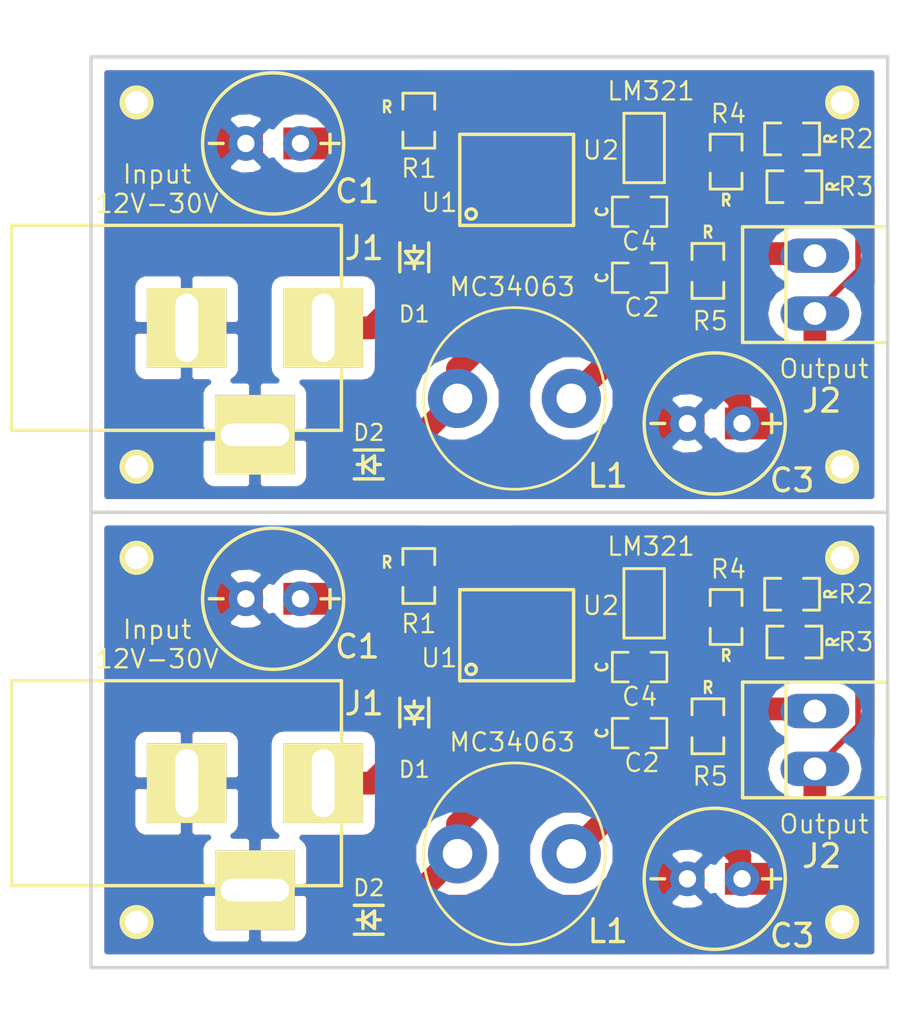
<source format=kicad_pcb>
(kicad_pcb (version 4) (host pcbnew 4.0.7-e2-6376~58~ubuntu14.04.1)

  (general
    (links 90)
    (no_connects 10)
    (area 120 125 161.74762 150.000001)
    (thickness 1.6)
    (drawings 12)
    (tracks 142)
    (zones 0)
    (modules 40)
    (nets 11)
  )

  (page A4)
  (layers
    (0 F.Cu signal)
    (31 B.Cu signal)
    (32 B.Adhes user hide)
    (33 F.Adhes user hide)
    (34 B.Paste user)
    (35 F.Paste user)
    (36 B.SilkS user)
    (37 F.SilkS user)
    (38 B.Mask user hide)
    (39 F.Mask user hide)
    (40 Dwgs.User user hide)
    (41 Cmts.User user hide)
    (42 Eco1.User user hide)
    (43 Eco2.User user hide)
    (44 Edge.Cuts user)
    (45 Margin user hide)
    (46 B.CrtYd user hide)
    (47 F.CrtYd user hide)
    (48 B.Fab user hide)
    (49 F.Fab user hide)
  )

  (setup
    (last_trace_width 0.25)
    (user_trace_width 0.25)
    (user_trace_width 0.4)
    (user_trace_width 0.5)
    (user_trace_width 1)
    (trace_clearance 0.2)
    (zone_clearance 0.508)
    (zone_45_only no)
    (trace_min 0.2)
    (segment_width 0.2)
    (edge_width 0.15)
    (via_size 0.6)
    (via_drill 0.4)
    (via_min_size 0.4)
    (via_min_drill 0.3)
    (uvia_size 0.3)
    (uvia_drill 0.1)
    (uvias_allowed no)
    (uvia_min_size 0.2)
    (uvia_min_drill 0.1)
    (pcb_text_width 0.3)
    (pcb_text_size 1.5 1.5)
    (mod_edge_width 0.15)
    (mod_text_size 1 1)
    (mod_text_width 0.15)
    (pad_size 0.1 0.1)
    (pad_drill 0)
    (pad_to_mask_clearance 0.2)
    (aux_axis_origin 0 0)
    (visible_elements FFFFFF7F)
    (pcbplotparams
      (layerselection 0x010fc_80000001)
      (usegerberextensions true)
      (excludeedgelayer true)
      (linewidth 0.100000)
      (plotframeref false)
      (viasonmask false)
      (mode 1)
      (useauxorigin false)
      (hpglpennumber 1)
      (hpglpenspeed 20)
      (hpglpendiameter 15)
      (hpglpenoverlay 2)
      (psnegative false)
      (psa4output false)
      (plotreference true)
      (plotvalue true)
      (plotinvisibletext false)
      (padsonsilk false)
      (subtractmaskfromsilk false)
      (outputformat 1)
      (mirror false)
      (drillshape 0)
      (scaleselection 1)
      (outputdirectory gerbers/))
  )

  (net 0 "")
  (net 1 Earth)
  (net 2 "Net-(C2-Pad1)")
  (net 3 "Net-(C3-Pad1)")
  (net 4 /Vcc)
  (net 5 "Net-(D1-Pad2)")
  (net 6 "Net-(D2-Pad1)")
  (net 7 "Net-(J2-Pad2)")
  (net 8 "Net-(R2-Pad1)")
  (net 9 "Net-(R2-Pad2)")
  (net 10 "Net-(R1-Pad1)")

  (net_class Default "This is the default net class."
    (clearance 0.2)
    (trace_width 0.25)
    (via_dia 0.6)
    (via_drill 0.4)
    (uvia_dia 0.3)
    (uvia_drill 0.1)
    (add_net /Vcc)
    (add_net Earth)
    (add_net "Net-(C2-Pad1)")
    (add_net "Net-(C3-Pad1)")
    (add_net "Net-(D1-Pad2)")
    (add_net "Net-(D2-Pad1)")
    (add_net "Net-(J2-Pad2)")
    (add_net "Net-(R1-Pad1)")
    (add_net "Net-(R2-Pad1)")
    (add_net "Net-(R2-Pad2)")
  )

  (module smps-current-source:RADIAL_TABBED_2.5mm_6.3mm (layer F.Cu) (tedit 5A5FF8E1) (tstamp 5A600880)
    (at 151.4 123.6)
    (path /5A0F88FF)
    (fp_text reference C3 (at 3.4 2.5) (layer F.SilkS)
      (effects (font (size 1 1) (thickness 0.15)))
    )
    (fp_text value CP (at 0 4.064) (layer F.SilkS) hide
      (effects (font (size 1 1) (thickness 0.15)))
    )
    (fp_line (start -2.2 0) (end -2.8 0) (layer F.SilkS) (width 0.15))
    (fp_line (start 2.5 -0.4) (end 2.5 0.4) (layer F.SilkS) (width 0.15))
    (fp_line (start 2.1 0) (end 2.9 0) (layer F.SilkS) (width 0.15))
    (fp_circle (center 0 0) (end 0 -3.1) (layer F.SilkS) (width 0.15))
    (pad 1 smd rect (at 1.2 0) (size 3.5 1.4) (drill (offset 1 0)) (layers F.Cu F.Paste F.Mask)
      (net 3 "Net-(C3-Pad1)"))
    (pad 2 smd rect (at -1.2 0) (size 3.5 1.4) (drill (offset -1 0)) (layers F.Cu F.Paste F.Mask)
      (net 1 Earth))
    (pad 2 thru_hole circle (at -1.2 0) (size 1.524 1.524) (drill 0.762) (layers *.Cu *.Mask)
      (net 1 Earth))
    (pad 1 thru_hole circle (at 1.2 0) (size 1.524 1.524) (drill 0.762) (layers *.Cu *.Mask)
      (net 3 "Net-(C3-Pad1)"))
  )

  (module smps-current-source:RADIAL_TABBED_2.5mm_6.3mm (layer F.Cu) (tedit 5A5FF8DB) (tstamp 5A600875)
    (at 132 111.3)
    (path /5A0F899C)
    (fp_text reference C1 (at 3.7 2.1) (layer F.SilkS)
      (effects (font (size 1 1) (thickness 0.15)))
    )
    (fp_text value CP (at 0 4.064) (layer F.SilkS) hide
      (effects (font (size 1 1) (thickness 0.15)))
    )
    (fp_line (start -2.2 0) (end -2.8 0) (layer F.SilkS) (width 0.15))
    (fp_line (start 2.5 -0.4) (end 2.5 0.4) (layer F.SilkS) (width 0.15))
    (fp_line (start 2.1 0) (end 2.9 0) (layer F.SilkS) (width 0.15))
    (fp_circle (center 0 0) (end 0 -3.1) (layer F.SilkS) (width 0.15))
    (pad 1 smd rect (at 1.2 0) (size 3.5 1.4) (drill (offset 1 0)) (layers F.Cu F.Paste F.Mask)
      (net 4 /Vcc))
    (pad 2 smd rect (at -1.2 0) (size 3.5 1.4) (drill (offset -1 0)) (layers F.Cu F.Paste F.Mask)
      (net 1 Earth))
    (pad 2 thru_hole circle (at -1.2 0) (size 1.524 1.524) (drill 0.762) (layers *.Cu *.Mask)
      (net 1 Earth))
    (pad 1 thru_hole circle (at 1.2 0) (size 1.524 1.524) (drill 0.762) (layers *.Cu *.Mask)
      (net 4 /Vcc))
  )

  (module smps-current-source:SOIC_08_4.0mm_5.0mm_1.27mm (layer F.Cu) (tedit 5A5FD6D8) (tstamp 5A600865)
    (at 142.7 112.9)
    (path /5A0F8880)
    (fp_text reference U1 (at -3.4 1) (layer F.SilkS)
      (effects (font (size 0.8 0.8) (thickness 0.1)))
    )
    (fp_text value MC34063 (at -0.2 4.7 180) (layer F.SilkS)
      (effects (font (size 0.8 0.8) (thickness 0.1)))
    )
    (fp_circle (center -2 1.5) (end -1.9 1.3) (layer F.SilkS) (width 0.15))
    (fp_line (start -2.5 -2) (end 2.5 -2) (layer F.SilkS) (width 0.15))
    (fp_line (start 2.5 -2) (end 2.5 2) (layer F.SilkS) (width 0.15))
    (fp_line (start 2.5 2) (end -2.5 2) (layer F.SilkS) (width 0.15))
    (fp_line (start -2.5 2) (end -2.5 -2) (layer F.SilkS) (width 0.15))
    (pad 1 smd rect (at -1.905 3.1) (size 0.7 1.6) (layers F.Cu F.Paste F.Mask)
      (net 4 /Vcc))
    (pad 2 smd rect (at -0.635 3.1) (size 0.7 1.6) (layers F.Cu F.Paste F.Mask)
      (net 6 "Net-(D2-Pad1)"))
    (pad 3 smd rect (at 0.635 3.1) (size 0.7 1.6) (layers F.Cu F.Paste F.Mask)
      (net 2 "Net-(C2-Pad1)"))
    (pad 4 smd rect (at 1.905 3.1) (size 0.7 1.6) (layers F.Cu F.Paste F.Mask)
      (net 1 Earth))
    (pad 5 smd rect (at 1.905 -3.1) (size 0.7 1.6) (layers F.Cu F.Paste F.Mask)
      (net 8 "Net-(R2-Pad1)"))
    (pad 6 smd rect (at 0.635 -3.1) (size 0.7 1.6) (layers F.Cu F.Paste F.Mask)
      (net 4 /Vcc))
    (pad 7 smd rect (at -0.635 -3.1) (size 0.7 1.6) (layers F.Cu F.Paste F.Mask)
      (net 10 "Net-(R1-Pad1)"))
    (pad 8 smd rect (at -1.905 -3.1) (size 0.7 1.6) (layers F.Cu F.Paste F.Mask)
      (net 4 /Vcc))
    (model 3D/SMD/SOIC_08_4.0mm_5.0mm_1.27mm.wrl
      (at (xyz 0 0 0))
      (scale (xyz 0.3937 0.3937 0.3937))
      (rotate (xyz 0 0 90))
    )
  )

  (module smps-current-source:THROUGHVIA (layer F.Cu) (tedit 5A2B3E19) (tstamp 5A600861)
    (at 157 109.5)
    (path /5A2B45DF)
    (fp_text reference J3 (at 0 1.7) (layer F.SilkS) hide
      (effects (font (size 1 1) (thickness 0.2)))
    )
    (fp_text value Conn_01x01 (at 0 -1.5) (layer F.SilkS) hide
      (effects (font (size 1 1) (thickness 0.2)))
    )
    (pad 1 thru_hole circle (at 0 0) (size 1.5 1.5) (drill 1) (layers *.Cu *.Mask F.SilkS)
      (net 1 Earth) (zone_connect 2))
  )

  (module smps-current-source:SM0603_Capa (layer F.Cu) (tedit 5A5FD756) (tstamp 5A600856)
    (at 148.1 114.3)
    (path /5A0F89F7)
    (attr smd)
    (fp_text reference C4 (at 0 1.3) (layer F.SilkS)
      (effects (font (size 0.8 0.8) (thickness 0.1)))
    )
    (fp_text value C (at -1.651 0 90) (layer F.SilkS)
      (effects (font (size 0.508 0.4572) (thickness 0.1143)))
    )
    (fp_line (start 0.50038 0.65024) (end 1.19888 0.65024) (layer F.SilkS) (width 0.11938))
    (fp_line (start -0.50038 0.65024) (end -1.19888 0.65024) (layer F.SilkS) (width 0.11938))
    (fp_line (start 0.50038 -0.65024) (end 1.19888 -0.65024) (layer F.SilkS) (width 0.11938))
    (fp_line (start -1.19888 -0.65024) (end -0.50038 -0.65024) (layer F.SilkS) (width 0.11938))
    (fp_line (start 1.19888 -0.635) (end 1.19888 0.635) (layer F.SilkS) (width 0.11938))
    (fp_line (start -1.19888 0.635) (end -1.19888 -0.635) (layer F.SilkS) (width 0.11938))
    (pad 1 smd rect (at -0.762 0) (size 0.635 1.143) (layers F.Cu F.Paste F.Mask)
      (net 4 /Vcc))
    (pad 2 smd rect (at 0.762 0) (size 0.635 1.143) (layers F.Cu F.Paste F.Mask)
      (net 1 Earth))
    (model smd\capacitors\C0603.wrl
      (at (xyz 0 0 0.001000000047497451))
      (scale (xyz 0.5 0.5 0.5))
      (rotate (xyz 0 0 0))
    )
  )

  (module smps-current-source:SOT23-5 (layer F.Cu) (tedit 5A5FD6D1) (tstamp 5A60084A)
    (at 148.3 111.5 90)
    (path /5A0F7DDC)
    (attr smd)
    (fp_text reference U2 (at -0.1 -1.9 180) (layer F.SilkS)
      (effects (font (size 0.8 0.8) (thickness 0.1)))
    )
    (fp_text value LM321 (at 2.5 0.3 180) (layer F.SilkS)
      (effects (font (size 0.8 0.8) (thickness 0.1)))
    )
    (fp_line (start 1.524 -0.889) (end 1.524 0.889) (layer F.SilkS) (width 0.127))
    (fp_line (start 1.524 0.889) (end -1.524 0.889) (layer F.SilkS) (width 0.127))
    (fp_line (start -1.524 0.889) (end -1.524 -0.889) (layer F.SilkS) (width 0.127))
    (fp_line (start -1.524 -0.889) (end 1.524 -0.889) (layer F.SilkS) (width 0.127))
    (pad 1 smd rect (at -0.9525 1.27 90) (size 0.508 0.762) (layers F.Cu F.Paste F.Mask)
      (net 7 "Net-(J2-Pad2)"))
    (pad 3 smd rect (at 0.9525 1.27 90) (size 0.508 0.762) (layers F.Cu F.Paste F.Mask)
      (net 9 "Net-(R2-Pad2)"))
    (pad 5 smd rect (at -0.9525 -1.27 90) (size 0.508 0.762) (layers F.Cu F.Paste F.Mask)
      (net 4 /Vcc))
    (pad 2 smd rect (at 0 1.27 90) (size 0.508 0.762) (layers F.Cu F.Paste F.Mask)
      (net 1 Earth))
    (pad 4 smd rect (at 0.9525 -1.27 90) (size 0.508 0.762) (layers F.Cu F.Paste F.Mask)
      (net 8 "Net-(R2-Pad1)"))
    (model smd/SOT23_5.wrl
      (at (xyz 0 0 0))
      (scale (xyz 0.1000000014901161 0.1000000014901161 0.1000000014901161))
      (rotate (xyz 0 0 0))
    )
  )

  (module smps-current-source:SM0603_Resistor (layer F.Cu) (tedit 5A5FD42F) (tstamp 5A60083F)
    (at 151.1 116.9 270)
    (path /5A0F8E22)
    (attr smd)
    (fp_text reference R5 (at 2.2 -0.1 360) (layer F.SilkS)
      (effects (font (size 0.8 0.8) (thickness 0.1)))
    )
    (fp_text value R (at -1.69926 0 360) (layer F.SilkS)
      (effects (font (size 0.508 0.4572) (thickness 0.1143)))
    )
    (fp_line (start -0.50038 -0.6985) (end -1.2065 -0.6985) (layer F.SilkS) (width 0.127))
    (fp_line (start -1.2065 -0.6985) (end -1.2065 0.6985) (layer F.SilkS) (width 0.127))
    (fp_line (start -1.2065 0.6985) (end -0.50038 0.6985) (layer F.SilkS) (width 0.127))
    (fp_line (start 1.2065 -0.6985) (end 0.50038 -0.6985) (layer F.SilkS) (width 0.127))
    (fp_line (start 1.2065 -0.6985) (end 1.2065 0.6985) (layer F.SilkS) (width 0.127))
    (fp_line (start 1.2065 0.6985) (end 0.50038 0.6985) (layer F.SilkS) (width 0.127))
    (pad 1 smd rect (at -0.762 0 270) (size 0.635 1.143) (layers F.Cu F.Paste F.Mask)
      (net 7 "Net-(J2-Pad2)"))
    (pad 2 smd rect (at 0.762 0 270) (size 0.635 1.143) (layers F.Cu F.Paste F.Mask)
      (net 1 Earth))
    (model smd\resistors\R0603.wrl
      (at (xyz 0 0 0.001000000047497451))
      (scale (xyz 0.5 0.5 0.5))
      (rotate (xyz 0 0 0))
    )
  )

  (module smps-current-source:SM0603_Resistor (layer F.Cu) (tedit 5A5FD39A) (tstamp 5A600834)
    (at 151.9 112.1 90)
    (path /5A0F8C8D)
    (attr smd)
    (fp_text reference R4 (at 2.1 0.1 180) (layer F.SilkS)
      (effects (font (size 0.8 0.8) (thickness 0.1)))
    )
    (fp_text value R (at -1.69926 0 180) (layer F.SilkS)
      (effects (font (size 0.508 0.4572) (thickness 0.1143)))
    )
    (fp_line (start -0.50038 -0.6985) (end -1.2065 -0.6985) (layer F.SilkS) (width 0.127))
    (fp_line (start -1.2065 -0.6985) (end -1.2065 0.6985) (layer F.SilkS) (width 0.127))
    (fp_line (start -1.2065 0.6985) (end -0.50038 0.6985) (layer F.SilkS) (width 0.127))
    (fp_line (start 1.2065 -0.6985) (end 0.50038 -0.6985) (layer F.SilkS) (width 0.127))
    (fp_line (start 1.2065 -0.6985) (end 1.2065 0.6985) (layer F.SilkS) (width 0.127))
    (fp_line (start 1.2065 0.6985) (end 0.50038 0.6985) (layer F.SilkS) (width 0.127))
    (pad 1 smd rect (at -0.762 0 90) (size 0.635 1.143) (layers F.Cu F.Paste F.Mask)
      (net 1 Earth))
    (pad 2 smd rect (at 0.762 0 90) (size 0.635 1.143) (layers F.Cu F.Paste F.Mask)
      (net 9 "Net-(R2-Pad2)"))
    (model smd\resistors\R0603.wrl
      (at (xyz 0 0 0.001000000047497451))
      (scale (xyz 0.5 0.5 0.5))
      (rotate (xyz 0 0 0))
    )
  )

  (module smps-current-source:SM0603_Resistor (layer F.Cu) (tedit 5A5FD3B7) (tstamp 5A600829)
    (at 154.9 113.2 180)
    (path /5A0F8D95)
    (attr smd)
    (fp_text reference R3 (at -2.7 0 180) (layer F.SilkS)
      (effects (font (size 0.8 0.8) (thickness 0.1)))
    )
    (fp_text value R (at -1.69926 0 270) (layer F.SilkS)
      (effects (font (size 0.508 0.4572) (thickness 0.1143)))
    )
    (fp_line (start -0.50038 -0.6985) (end -1.2065 -0.6985) (layer F.SilkS) (width 0.127))
    (fp_line (start -1.2065 -0.6985) (end -1.2065 0.6985) (layer F.SilkS) (width 0.127))
    (fp_line (start -1.2065 0.6985) (end -0.50038 0.6985) (layer F.SilkS) (width 0.127))
    (fp_line (start 1.2065 -0.6985) (end 0.50038 -0.6985) (layer F.SilkS) (width 0.127))
    (fp_line (start 1.2065 -0.6985) (end 1.2065 0.6985) (layer F.SilkS) (width 0.127))
    (fp_line (start 1.2065 0.6985) (end 0.50038 0.6985) (layer F.SilkS) (width 0.127))
    (pad 1 smd rect (at -0.762 0 180) (size 0.635 1.143) (layers F.Cu F.Paste F.Mask)
      (net 3 "Net-(C3-Pad1)"))
    (pad 2 smd rect (at 0.762 0 180) (size 0.635 1.143) (layers F.Cu F.Paste F.Mask)
      (net 8 "Net-(R2-Pad1)"))
    (model smd\resistors\R0603.wrl
      (at (xyz 0 0 0.001000000047497451))
      (scale (xyz 0.5 0.5 0.5))
      (rotate (xyz 0 0 0))
    )
  )

  (module smps-current-source:SM0603_Resistor (layer F.Cu) (tedit 5A5FD3A5) (tstamp 5A60081E)
    (at 154.8 111.1 180)
    (path /5A0F8D18)
    (attr smd)
    (fp_text reference R2 (at -2.8 0 180) (layer F.SilkS)
      (effects (font (size 0.8 0.8) (thickness 0.1)))
    )
    (fp_text value R (at -1.69926 0 270) (layer F.SilkS)
      (effects (font (size 0.508 0.4572) (thickness 0.1143)))
    )
    (fp_line (start -0.50038 -0.6985) (end -1.2065 -0.6985) (layer F.SilkS) (width 0.127))
    (fp_line (start -1.2065 -0.6985) (end -1.2065 0.6985) (layer F.SilkS) (width 0.127))
    (fp_line (start -1.2065 0.6985) (end -0.50038 0.6985) (layer F.SilkS) (width 0.127))
    (fp_line (start 1.2065 -0.6985) (end 0.50038 -0.6985) (layer F.SilkS) (width 0.127))
    (fp_line (start 1.2065 -0.6985) (end 1.2065 0.6985) (layer F.SilkS) (width 0.127))
    (fp_line (start 1.2065 0.6985) (end 0.50038 0.6985) (layer F.SilkS) (width 0.127))
    (pad 1 smd rect (at -0.762 0 180) (size 0.635 1.143) (layers F.Cu F.Paste F.Mask)
      (net 8 "Net-(R2-Pad1)"))
    (pad 2 smd rect (at 0.762 0 180) (size 0.635 1.143) (layers F.Cu F.Paste F.Mask)
      (net 9 "Net-(R2-Pad2)"))
    (model smd\resistors\R0603.wrl
      (at (xyz 0 0 0.001000000047497451))
      (scale (xyz 0.5 0.5 0.5))
      (rotate (xyz 0 0 0))
    )
  )

  (module smps-current-source:SM0603_Resistor (layer F.Cu) (tedit 5A5FD6DC) (tstamp 5A600813)
    (at 138.4 110.3 270)
    (path /5A0F8C38)
    (attr smd)
    (fp_text reference R1 (at 2.1 0 360) (layer F.SilkS)
      (effects (font (size 0.8 0.8) (thickness 0.1)))
    )
    (fp_text value R (at -0.6 1.4 360) (layer F.SilkS)
      (effects (font (size 0.508 0.4572) (thickness 0.1143)))
    )
    (fp_line (start -0.50038 -0.6985) (end -1.2065 -0.6985) (layer F.SilkS) (width 0.127))
    (fp_line (start -1.2065 -0.6985) (end -1.2065 0.6985) (layer F.SilkS) (width 0.127))
    (fp_line (start -1.2065 0.6985) (end -0.50038 0.6985) (layer F.SilkS) (width 0.127))
    (fp_line (start 1.2065 -0.6985) (end 0.50038 -0.6985) (layer F.SilkS) (width 0.127))
    (fp_line (start 1.2065 -0.6985) (end 1.2065 0.6985) (layer F.SilkS) (width 0.127))
    (fp_line (start 1.2065 0.6985) (end 0.50038 0.6985) (layer F.SilkS) (width 0.127))
    (pad 1 smd rect (at -0.762 0 270) (size 0.635 1.143) (layers F.Cu F.Paste F.Mask)
      (net 10 "Net-(R1-Pad1)"))
    (pad 2 smd rect (at 0.762 0 270) (size 0.635 1.143) (layers F.Cu F.Paste F.Mask)
      (net 4 /Vcc))
    (model smd\resistors\R0603.wrl
      (at (xyz 0 0 0.001000000047497451))
      (scale (xyz 0.5 0.5 0.5))
      (rotate (xyz 0 0 0))
    )
  )

  (module smps-current-source:L_Radial_D7.8mm_P5.00mm_Fastron_07HCP (layer F.Cu) (tedit 5A5FD422) (tstamp 5A600808)
    (at 140.1 122.5)
    (descr "L, Radial series, Radial, pin pitch=5.00mm, , diameter=7.8mm, Fastron, 07HCP, http://www.abracon.com/Magnetics/radial/AISR875.pdf")
    (tags "L Radial series Radial pin pitch 5.00mm  diameter 7.8mm Fastron 07HCP")
    (path /5A0F8B70)
    (fp_text reference L1 (at 6.6 3.4) (layer F.SilkS)
      (effects (font (size 1 1) (thickness 0.15)))
    )
    (fp_text value L (at -2.6 2.9) (layer F.Fab) hide
      (effects (font (size 1 1) (thickness 0.15)))
    )
    (fp_circle (center 2.5 0) (end 6.4 0) (layer F.Fab) (width 0.1))
    (fp_circle (center 2.5 0) (end 6.49 0) (layer F.SilkS) (width 0.12))
    (fp_line (start -1.75 -4.25) (end -1.75 4.25) (layer F.CrtYd) (width 0.05))
    (fp_line (start -1.75 4.25) (end 6.75 4.25) (layer F.CrtYd) (width 0.05))
    (fp_line (start 6.75 4.25) (end 6.75 -4.25) (layer F.CrtYd) (width 0.05))
    (fp_line (start 6.75 -4.25) (end -1.75 -4.25) (layer F.CrtYd) (width 0.05))
    (pad 1 thru_hole circle (at 0 0) (size 2.6 2.6) (drill 1.3) (layers *.Cu *.Mask)
      (net 6 "Net-(D2-Pad1)"))
    (pad 2 thru_hole circle (at 5 0) (size 2.6 2.6) (drill 1.3) (layers *.Cu *.Mask)
      (net 3 "Net-(C3-Pad1)"))
    (model Inductors_THT.3dshapes/L_Radial_D7.8mm_P5.00mm_Fastron_07HCP.wrl
      (at (xyz 0 0 0))
      (scale (xyz 0.393701 0.393701 0.393701))
      (rotate (xyz 0 0 0))
    )
  )

  (module smps-current-source:PINHEAD1-2 (layer F.Cu) (tedit 5A5FD401) (tstamp 5A6007FE)
    (at 155.8 117.5 90)
    (path /5A0FC816)
    (attr virtual)
    (fp_text reference J2 (at -5.1 0.3 180) (layer F.SilkS)
      (effects (font (size 1 1) (thickness 0.15)))
    )
    (fp_text value Output (at -3.5 0.1 180) (layer F.Fab) hide
      (effects (font (size 1 1) (thickness 0.15)))
    )
    (fp_line (start 2.54 -1.27) (end -2.54 -1.27) (layer F.SilkS) (width 0.15))
    (fp_line (start 2.54 3.175) (end -2.54 3.175) (layer F.SilkS) (width 0.15))
    (fp_line (start -2.54 -3.175) (end 2.54 -3.175) (layer F.SilkS) (width 0.15))
    (fp_line (start -2.54 -3.175) (end -2.54 3.175) (layer F.SilkS) (width 0.15))
    (fp_line (start 2.54 -3.175) (end 2.54 3.175) (layer F.SilkS) (width 0.15))
    (pad 1 thru_hole oval (at -1.27 0 90) (size 1.50622 3.01498) (drill 1) (layers *.Cu *.Mask)
      (net 3 "Net-(C3-Pad1)"))
    (pad 2 thru_hole oval (at 1.27 0 90) (size 1.50622 3.01498) (drill 1) (layers *.Cu *.Mask)
      (net 7 "Net-(J2-Pad2)"))
  )

  (module smps-current-source:BARREL_JACK (layer F.Cu) (tedit 5A5FD409) (tstamp 5A6007F3)
    (at 128 119.4)
    (descr "DC Barrel Jack")
    (tags "Power Jack")
    (path /5A0F9E4B)
    (fp_text reference J1 (at 8 -3.5) (layer F.SilkS)
      (effects (font (size 1 1) (thickness 0.15)))
    )
    (fp_text value "Input 12V-30V" (at 2.2 -3.4) (layer F.Fab) hide
      (effects (font (size 1 1) (thickness 0.15)))
    )
    (fp_line (start -4.0005 -4.50088) (end -4.0005 4.50088) (layer F.SilkS) (width 0.15))
    (fp_line (start -7.50062 -4.50088) (end -7.50062 4.50088) (layer F.SilkS) (width 0.15))
    (fp_line (start -7.50062 4.50088) (end 7.00024 4.50088) (layer F.SilkS) (width 0.15))
    (fp_line (start 7.00024 4.50088) (end 7.00024 -4.50088) (layer F.SilkS) (width 0.15))
    (fp_line (start 7.00024 -4.50088) (end -7.50062 -4.50088) (layer F.SilkS) (width 0.15))
    (pad 1 thru_hole rect (at 6.20014 0) (size 3.50012 3.50012) (drill oval 1 3) (layers *.Cu *.Mask F.SilkS)
      (net 5 "Net-(D1-Pad2)"))
    (pad 2 thru_hole rect (at 0.20066 0) (size 3.50012 3.50012) (drill oval 1 3) (layers *.Cu *.Mask F.SilkS)
      (net 1 Earth))
    (pad 3 thru_hole rect (at 3.2004 4.699) (size 3.50012 3.50012) (drill oval 3 1) (layers *.Cu *.Mask F.SilkS)
      (net 1 Earth))
  )

  (module smps-current-source:SOD-323 (layer F.Cu) (tedit 5A5FD181) (tstamp 5A6007E6)
    (at 136.2 125.4 180)
    (path /5A0FB987)
    (fp_text reference D2 (at 0 1.4 360) (layer F.SilkS)
      (effects (font (size 0.7 0.7) (thickness 0.1)))
    )
    (fp_text value CUS15S30 (at 0 1.27 180) (layer F.SilkS) hide
      (effects (font (size 0.7 0.7) (thickness 0.05)))
    )
    (fp_line (start 0.254 0) (end 0.508 0) (layer F.SilkS) (width 0.15))
    (fp_line (start -0.254 0) (end -0.508 0) (layer F.SilkS) (width 0.15))
    (fp_line (start 0.254 0) (end -0.254 0.381) (layer F.SilkS) (width 0.15))
    (fp_line (start -0.254 0.381) (end -0.254 -0.381) (layer F.SilkS) (width 0.15))
    (fp_line (start -0.254 -0.381) (end 0.254 0) (layer F.SilkS) (width 0.15))
    (fp_line (start 0.254 -0.381) (end 0.254 0.381) (layer F.SilkS) (width 0.15))
    (fp_line (start -0.635 0.635) (end 0.635 0.635) (layer F.SilkS) (width 0.15))
    (fp_line (start -0.635 -0.635) (end 0.635 -0.635) (layer F.SilkS) (width 0.15))
    (pad 1 smd rect (at -1.2192 0 180) (size 0.5588 0.6858) (layers F.Cu F.Paste F.Mask)
      (net 6 "Net-(D2-Pad1)"))
    (pad 2 smd rect (at 1.2192 0 180) (size 0.5588 0.6858) (layers F.Cu F.Paste F.Mask)
      (net 1 Earth))
  )

  (module smps-current-source:SOD-323 (layer F.Cu) (tedit 5A5FD17C) (tstamp 5A6007D9)
    (at 138.2 116.3 270)
    (path /5A0F8AD7)
    (fp_text reference D1 (at 2.5 0 540) (layer F.SilkS)
      (effects (font (size 0.7 0.7) (thickness 0.1)))
    )
    (fp_text value CUS15S30 (at 0 1.27 270) (layer F.SilkS) hide
      (effects (font (size 0.7 0.7) (thickness 0.05)))
    )
    (fp_line (start 0.254 0) (end 0.508 0) (layer F.SilkS) (width 0.15))
    (fp_line (start -0.254 0) (end -0.508 0) (layer F.SilkS) (width 0.15))
    (fp_line (start 0.254 0) (end -0.254 0.381) (layer F.SilkS) (width 0.15))
    (fp_line (start -0.254 0.381) (end -0.254 -0.381) (layer F.SilkS) (width 0.15))
    (fp_line (start -0.254 -0.381) (end 0.254 0) (layer F.SilkS) (width 0.15))
    (fp_line (start 0.254 -0.381) (end 0.254 0.381) (layer F.SilkS) (width 0.15))
    (fp_line (start -0.635 0.635) (end 0.635 0.635) (layer F.SilkS) (width 0.15))
    (fp_line (start -0.635 -0.635) (end 0.635 -0.635) (layer F.SilkS) (width 0.15))
    (pad 1 smd rect (at -1.2192 0 270) (size 0.5588 0.6858) (layers F.Cu F.Paste F.Mask)
      (net 4 /Vcc))
    (pad 2 smd rect (at 1.2192 0 270) (size 0.5588 0.6858) (layers F.Cu F.Paste F.Mask)
      (net 5 "Net-(D1-Pad2)"))
  )

  (module smps-current-source:SM0603_Capa (layer F.Cu) (tedit 5A5FD72A) (tstamp 5A6007CE)
    (at 148.1 117.2)
    (path /5A126154)
    (attr smd)
    (fp_text reference C2 (at 0.1 1.3) (layer F.SilkS)
      (effects (font (size 0.8 0.8) (thickness 0.1)))
    )
    (fp_text value C (at -1.651 0 90) (layer F.SilkS)
      (effects (font (size 0.508 0.4572) (thickness 0.1143)))
    )
    (fp_line (start 0.50038 0.65024) (end 1.19888 0.65024) (layer F.SilkS) (width 0.11938))
    (fp_line (start -0.50038 0.65024) (end -1.19888 0.65024) (layer F.SilkS) (width 0.11938))
    (fp_line (start 0.50038 -0.65024) (end 1.19888 -0.65024) (layer F.SilkS) (width 0.11938))
    (fp_line (start -1.19888 -0.65024) (end -0.50038 -0.65024) (layer F.SilkS) (width 0.11938))
    (fp_line (start 1.19888 -0.635) (end 1.19888 0.635) (layer F.SilkS) (width 0.11938))
    (fp_line (start -1.19888 0.635) (end -1.19888 -0.635) (layer F.SilkS) (width 0.11938))
    (pad 1 smd rect (at -0.762 0) (size 0.635 1.143) (layers F.Cu F.Paste F.Mask)
      (net 2 "Net-(C2-Pad1)"))
    (pad 2 smd rect (at 0.762 0) (size 0.635 1.143) (layers F.Cu F.Paste F.Mask)
      (net 1 Earth))
    (model smd\capacitors\C0603.wrl
      (at (xyz 0 0 0.001000000047497451))
      (scale (xyz 0.5 0.5 0.5))
      (rotate (xyz 0 0 0))
    )
  )

  (module smps-current-source:THROUGHVIA (layer F.Cu) (tedit 5A2B3DDA) (tstamp 5A6007CA)
    (at 126 109.5)
    (path /5A2B45DF)
    (fp_text reference J3 (at 0 1.7) (layer F.SilkS) hide
      (effects (font (size 1 1) (thickness 0.2)))
    )
    (fp_text value Conn_01x01 (at 0 -1.5) (layer F.SilkS) hide
      (effects (font (size 1 1) (thickness 0.2)))
    )
    (pad 1 thru_hole circle (at 0 0) (size 1.5 1.5) (drill 1) (layers *.Cu *.Mask F.SilkS)
      (net 1 Earth) (zone_connect 2))
  )

  (module smps-current-source:THROUGHVIA (layer F.Cu) (tedit 5A2B3E0F) (tstamp 5A6007C6)
    (at 126 125.5)
    (path /5A2B45DF)
    (fp_text reference J3 (at 0 1.7) (layer F.SilkS) hide
      (effects (font (size 1 1) (thickness 0.2)))
    )
    (fp_text value Conn_01x01 (at 0 -1.5) (layer F.SilkS) hide
      (effects (font (size 1 1) (thickness 0.2)))
    )
    (pad 1 thru_hole circle (at 0 0) (size 1.5 1.5) (drill 1) (layers *.Cu *.Mask F.SilkS)
      (net 1 Earth) (zone_connect 2))
  )

  (module smps-current-source:THROUGHVIA (layer F.Cu) (tedit 5A2B3E24) (tstamp 5A6007C2)
    (at 157 125.5)
    (path /5A2B45DF)
    (fp_text reference J3 (at 0 1.7) (layer F.SilkS) hide
      (effects (font (size 1 1) (thickness 0.2)))
    )
    (fp_text value Conn_01x01 (at 0 -1.5) (layer F.SilkS) hide
      (effects (font (size 1 1) (thickness 0.2)))
    )
    (pad 1 thru_hole circle (at 0 0) (size 1.5 1.5) (drill 1) (layers *.Cu *.Mask F.SilkS)
      (net 1 Earth) (zone_connect 2))
  )

  (module smps-current-source:THROUGHVIA (layer F.Cu) (tedit 5A2B3E24) (tstamp 5A2B4081)
    (at 157 145.5)
    (path /5A2B45DF)
    (fp_text reference J3 (at 0 1.7) (layer F.SilkS) hide
      (effects (font (size 1 1) (thickness 0.2)))
    )
    (fp_text value Conn_01x01 (at 0 -1.5) (layer F.SilkS) hide
      (effects (font (size 1 1) (thickness 0.2)))
    )
    (pad 1 thru_hole circle (at 0 0) (size 1.5 1.5) (drill 1) (layers *.Cu *.Mask F.SilkS)
      (net 1 Earth) (zone_connect 2))
  )

  (module smps-current-source:THROUGHVIA (layer F.Cu) (tedit 5A2B3E0F) (tstamp 5A2B4075)
    (at 126 145.5)
    (path /5A2B45DF)
    (fp_text reference J3 (at 0 1.7) (layer F.SilkS) hide
      (effects (font (size 1 1) (thickness 0.2)))
    )
    (fp_text value Conn_01x01 (at 0 -1.5) (layer F.SilkS) hide
      (effects (font (size 1 1) (thickness 0.2)))
    )
    (pad 1 thru_hole circle (at 0 0) (size 1.5 1.5) (drill 1) (layers *.Cu *.Mask F.SilkS)
      (net 1 Earth) (zone_connect 2))
  )

  (module smps-current-source:THROUGHVIA (layer F.Cu) (tedit 5A2B3DDA) (tstamp 5A2B406B)
    (at 126 129.5)
    (path /5A2B45DF)
    (fp_text reference J3 (at 0 1.7) (layer F.SilkS) hide
      (effects (font (size 1 1) (thickness 0.2)))
    )
    (fp_text value Conn_01x01 (at 0 -1.5) (layer F.SilkS) hide
      (effects (font (size 1 1) (thickness 0.2)))
    )
    (pad 1 thru_hole circle (at 0 0) (size 1.5 1.5) (drill 1) (layers *.Cu *.Mask F.SilkS)
      (net 1 Earth) (zone_connect 2))
  )

  (module smps-current-source:SM0603_Capa (layer F.Cu) (tedit 5A5FD72A) (tstamp 5A1240C0)
    (at 148.1 137.2)
    (path /5A126154)
    (attr smd)
    (fp_text reference C2 (at 0.1 1.3) (layer F.SilkS)
      (effects (font (size 0.8 0.8) (thickness 0.1)))
    )
    (fp_text value C (at -1.651 0 90) (layer F.SilkS)
      (effects (font (size 0.508 0.4572) (thickness 0.1143)))
    )
    (fp_line (start 0.50038 0.65024) (end 1.19888 0.65024) (layer F.SilkS) (width 0.11938))
    (fp_line (start -0.50038 0.65024) (end -1.19888 0.65024) (layer F.SilkS) (width 0.11938))
    (fp_line (start 0.50038 -0.65024) (end 1.19888 -0.65024) (layer F.SilkS) (width 0.11938))
    (fp_line (start -1.19888 -0.65024) (end -0.50038 -0.65024) (layer F.SilkS) (width 0.11938))
    (fp_line (start 1.19888 -0.635) (end 1.19888 0.635) (layer F.SilkS) (width 0.11938))
    (fp_line (start -1.19888 0.635) (end -1.19888 -0.635) (layer F.SilkS) (width 0.11938))
    (pad 1 smd rect (at -0.762 0) (size 0.635 1.143) (layers F.Cu F.Paste F.Mask)
      (net 2 "Net-(C2-Pad1)"))
    (pad 2 smd rect (at 0.762 0) (size 0.635 1.143) (layers F.Cu F.Paste F.Mask)
      (net 1 Earth))
    (model smd\capacitors\C0603.wrl
      (at (xyz 0 0 0.001000000047497451))
      (scale (xyz 0.5 0.5 0.5))
      (rotate (xyz 0 0 0))
    )
  )

  (module smps-current-source:SOD-323 (layer F.Cu) (tedit 5A5FD17C) (tstamp 5A1240DD)
    (at 138.2 136.3 270)
    (path /5A0F8AD7)
    (fp_text reference D1 (at 2.5 0 540) (layer F.SilkS)
      (effects (font (size 0.7 0.7) (thickness 0.1)))
    )
    (fp_text value CUS15S30 (at 0 1.27 270) (layer F.SilkS) hide
      (effects (font (size 0.7 0.7) (thickness 0.05)))
    )
    (fp_line (start 0.254 0) (end 0.508 0) (layer F.SilkS) (width 0.15))
    (fp_line (start -0.254 0) (end -0.508 0) (layer F.SilkS) (width 0.15))
    (fp_line (start 0.254 0) (end -0.254 0.381) (layer F.SilkS) (width 0.15))
    (fp_line (start -0.254 0.381) (end -0.254 -0.381) (layer F.SilkS) (width 0.15))
    (fp_line (start -0.254 -0.381) (end 0.254 0) (layer F.SilkS) (width 0.15))
    (fp_line (start 0.254 -0.381) (end 0.254 0.381) (layer F.SilkS) (width 0.15))
    (fp_line (start -0.635 0.635) (end 0.635 0.635) (layer F.SilkS) (width 0.15))
    (fp_line (start -0.635 -0.635) (end 0.635 -0.635) (layer F.SilkS) (width 0.15))
    (pad 1 smd rect (at -1.2192 0 270) (size 0.5588 0.6858) (layers F.Cu F.Paste F.Mask)
      (net 4 /Vcc))
    (pad 2 smd rect (at 1.2192 0 270) (size 0.5588 0.6858) (layers F.Cu F.Paste F.Mask)
      (net 5 "Net-(D1-Pad2)"))
  )

  (module smps-current-source:SOD-323 (layer F.Cu) (tedit 5A5FD181) (tstamp 5A1240EB)
    (at 136.2 145.4 180)
    (path /5A0FB987)
    (fp_text reference D2 (at 0 1.4 360) (layer F.SilkS)
      (effects (font (size 0.7 0.7) (thickness 0.1)))
    )
    (fp_text value CUS15S30 (at 0 1.27 180) (layer F.SilkS) hide
      (effects (font (size 0.7 0.7) (thickness 0.05)))
    )
    (fp_line (start 0.254 0) (end 0.508 0) (layer F.SilkS) (width 0.15))
    (fp_line (start -0.254 0) (end -0.508 0) (layer F.SilkS) (width 0.15))
    (fp_line (start 0.254 0) (end -0.254 0.381) (layer F.SilkS) (width 0.15))
    (fp_line (start -0.254 0.381) (end -0.254 -0.381) (layer F.SilkS) (width 0.15))
    (fp_line (start -0.254 -0.381) (end 0.254 0) (layer F.SilkS) (width 0.15))
    (fp_line (start 0.254 -0.381) (end 0.254 0.381) (layer F.SilkS) (width 0.15))
    (fp_line (start -0.635 0.635) (end 0.635 0.635) (layer F.SilkS) (width 0.15))
    (fp_line (start -0.635 -0.635) (end 0.635 -0.635) (layer F.SilkS) (width 0.15))
    (pad 1 smd rect (at -1.2192 0 180) (size 0.5588 0.6858) (layers F.Cu F.Paste F.Mask)
      (net 6 "Net-(D2-Pad1)"))
    (pad 2 smd rect (at 1.2192 0 180) (size 0.5588 0.6858) (layers F.Cu F.Paste F.Mask)
      (net 1 Earth))
  )

  (module smps-current-source:BARREL_JACK (layer F.Cu) (tedit 5A5FD409) (tstamp 5A1240F7)
    (at 128 139.4)
    (descr "DC Barrel Jack")
    (tags "Power Jack")
    (path /5A0F9E4B)
    (fp_text reference J1 (at 8 -3.5) (layer F.SilkS)
      (effects (font (size 1 1) (thickness 0.15)))
    )
    (fp_text value "Input 12V-30V" (at 2.2 -3.4) (layer F.Fab) hide
      (effects (font (size 1 1) (thickness 0.15)))
    )
    (fp_line (start -4.0005 -4.50088) (end -4.0005 4.50088) (layer F.SilkS) (width 0.15))
    (fp_line (start -7.50062 -4.50088) (end -7.50062 4.50088) (layer F.SilkS) (width 0.15))
    (fp_line (start -7.50062 4.50088) (end 7.00024 4.50088) (layer F.SilkS) (width 0.15))
    (fp_line (start 7.00024 4.50088) (end 7.00024 -4.50088) (layer F.SilkS) (width 0.15))
    (fp_line (start 7.00024 -4.50088) (end -7.50062 -4.50088) (layer F.SilkS) (width 0.15))
    (pad 1 thru_hole rect (at 6.20014 0) (size 3.50012 3.50012) (drill oval 1 3) (layers *.Cu *.Mask F.SilkS)
      (net 5 "Net-(D1-Pad2)"))
    (pad 2 thru_hole rect (at 0.20066 0) (size 3.50012 3.50012) (drill oval 1 3) (layers *.Cu *.Mask F.SilkS)
      (net 1 Earth))
    (pad 3 thru_hole rect (at 3.2004 4.699) (size 3.50012 3.50012) (drill oval 3 1) (layers *.Cu *.Mask F.SilkS)
      (net 1 Earth))
  )

  (module smps-current-source:PINHEAD1-2 (layer F.Cu) (tedit 5A5FD401) (tstamp 5A124102)
    (at 155.8 137.5 90)
    (path /5A0FC816)
    (attr virtual)
    (fp_text reference J2 (at -5.1 0.3 180) (layer F.SilkS)
      (effects (font (size 1 1) (thickness 0.15)))
    )
    (fp_text value Output (at -3.5 0.1 180) (layer F.Fab) hide
      (effects (font (size 1 1) (thickness 0.15)))
    )
    (fp_line (start 2.54 -1.27) (end -2.54 -1.27) (layer F.SilkS) (width 0.15))
    (fp_line (start 2.54 3.175) (end -2.54 3.175) (layer F.SilkS) (width 0.15))
    (fp_line (start -2.54 -3.175) (end 2.54 -3.175) (layer F.SilkS) (width 0.15))
    (fp_line (start -2.54 -3.175) (end -2.54 3.175) (layer F.SilkS) (width 0.15))
    (fp_line (start 2.54 -3.175) (end 2.54 3.175) (layer F.SilkS) (width 0.15))
    (pad 1 thru_hole oval (at -1.27 0 90) (size 1.50622 3.01498) (drill 1) (layers *.Cu *.Mask)
      (net 3 "Net-(C3-Pad1)"))
    (pad 2 thru_hole oval (at 1.27 0 90) (size 1.50622 3.01498) (drill 1) (layers *.Cu *.Mask)
      (net 7 "Net-(J2-Pad2)"))
  )

  (module smps-current-source:L_Radial_D7.8mm_P5.00mm_Fastron_07HCP (layer F.Cu) (tedit 5A5FD422) (tstamp 5A12410E)
    (at 140.1 142.5)
    (descr "L, Radial series, Radial, pin pitch=5.00mm, , diameter=7.8mm, Fastron, 07HCP, http://www.abracon.com/Magnetics/radial/AISR875.pdf")
    (tags "L Radial series Radial pin pitch 5.00mm  diameter 7.8mm Fastron 07HCP")
    (path /5A0F8B70)
    (fp_text reference L1 (at 6.6 3.4) (layer F.SilkS)
      (effects (font (size 1 1) (thickness 0.15)))
    )
    (fp_text value L (at -2.6 2.9) (layer F.Fab) hide
      (effects (font (size 1 1) (thickness 0.15)))
    )
    (fp_circle (center 2.5 0) (end 6.4 0) (layer F.Fab) (width 0.1))
    (fp_circle (center 2.5 0) (end 6.49 0) (layer F.SilkS) (width 0.12))
    (fp_line (start -1.75 -4.25) (end -1.75 4.25) (layer F.CrtYd) (width 0.05))
    (fp_line (start -1.75 4.25) (end 6.75 4.25) (layer F.CrtYd) (width 0.05))
    (fp_line (start 6.75 4.25) (end 6.75 -4.25) (layer F.CrtYd) (width 0.05))
    (fp_line (start 6.75 -4.25) (end -1.75 -4.25) (layer F.CrtYd) (width 0.05))
    (pad 1 thru_hole circle (at 0 0) (size 2.6 2.6) (drill 1.3) (layers *.Cu *.Mask)
      (net 6 "Net-(D2-Pad1)"))
    (pad 2 thru_hole circle (at 5 0) (size 2.6 2.6) (drill 1.3) (layers *.Cu *.Mask)
      (net 3 "Net-(C3-Pad1)"))
    (model Inductors_THT.3dshapes/L_Radial_D7.8mm_P5.00mm_Fastron_07HCP.wrl
      (at (xyz 0 0 0))
      (scale (xyz 0.393701 0.393701 0.393701))
      (rotate (xyz 0 0 0))
    )
  )

  (module smps-current-source:SM0603_Resistor (layer F.Cu) (tedit 5A5FD6DC) (tstamp 5A12411A)
    (at 138.4 130.3 270)
    (path /5A0F8C38)
    (attr smd)
    (fp_text reference R1 (at 2.1 0 360) (layer F.SilkS)
      (effects (font (size 0.8 0.8) (thickness 0.1)))
    )
    (fp_text value R (at -0.6 1.4 360) (layer F.SilkS)
      (effects (font (size 0.508 0.4572) (thickness 0.1143)))
    )
    (fp_line (start -0.50038 -0.6985) (end -1.2065 -0.6985) (layer F.SilkS) (width 0.127))
    (fp_line (start -1.2065 -0.6985) (end -1.2065 0.6985) (layer F.SilkS) (width 0.127))
    (fp_line (start -1.2065 0.6985) (end -0.50038 0.6985) (layer F.SilkS) (width 0.127))
    (fp_line (start 1.2065 -0.6985) (end 0.50038 -0.6985) (layer F.SilkS) (width 0.127))
    (fp_line (start 1.2065 -0.6985) (end 1.2065 0.6985) (layer F.SilkS) (width 0.127))
    (fp_line (start 1.2065 0.6985) (end 0.50038 0.6985) (layer F.SilkS) (width 0.127))
    (pad 1 smd rect (at -0.762 0 270) (size 0.635 1.143) (layers F.Cu F.Paste F.Mask)
      (net 10 "Net-(R1-Pad1)"))
    (pad 2 smd rect (at 0.762 0 270) (size 0.635 1.143) (layers F.Cu F.Paste F.Mask)
      (net 4 /Vcc))
    (model smd\resistors\R0603.wrl
      (at (xyz 0 0 0.001000000047497451))
      (scale (xyz 0.5 0.5 0.5))
      (rotate (xyz 0 0 0))
    )
  )

  (module smps-current-source:SM0603_Resistor (layer F.Cu) (tedit 5A5FD3A5) (tstamp 5A124126)
    (at 154.8 131.1 180)
    (path /5A0F8D18)
    (attr smd)
    (fp_text reference R2 (at -2.8 0 180) (layer F.SilkS)
      (effects (font (size 0.8 0.8) (thickness 0.1)))
    )
    (fp_text value R (at -1.69926 0 270) (layer F.SilkS)
      (effects (font (size 0.508 0.4572) (thickness 0.1143)))
    )
    (fp_line (start -0.50038 -0.6985) (end -1.2065 -0.6985) (layer F.SilkS) (width 0.127))
    (fp_line (start -1.2065 -0.6985) (end -1.2065 0.6985) (layer F.SilkS) (width 0.127))
    (fp_line (start -1.2065 0.6985) (end -0.50038 0.6985) (layer F.SilkS) (width 0.127))
    (fp_line (start 1.2065 -0.6985) (end 0.50038 -0.6985) (layer F.SilkS) (width 0.127))
    (fp_line (start 1.2065 -0.6985) (end 1.2065 0.6985) (layer F.SilkS) (width 0.127))
    (fp_line (start 1.2065 0.6985) (end 0.50038 0.6985) (layer F.SilkS) (width 0.127))
    (pad 1 smd rect (at -0.762 0 180) (size 0.635 1.143) (layers F.Cu F.Paste F.Mask)
      (net 8 "Net-(R2-Pad1)"))
    (pad 2 smd rect (at 0.762 0 180) (size 0.635 1.143) (layers F.Cu F.Paste F.Mask)
      (net 9 "Net-(R2-Pad2)"))
    (model smd\resistors\R0603.wrl
      (at (xyz 0 0 0.001000000047497451))
      (scale (xyz 0.5 0.5 0.5))
      (rotate (xyz 0 0 0))
    )
  )

  (module smps-current-source:SM0603_Resistor (layer F.Cu) (tedit 5A5FD3B7) (tstamp 5A124132)
    (at 154.9 133.2 180)
    (path /5A0F8D95)
    (attr smd)
    (fp_text reference R3 (at -2.7 0 180) (layer F.SilkS)
      (effects (font (size 0.8 0.8) (thickness 0.1)))
    )
    (fp_text value R (at -1.69926 0 270) (layer F.SilkS)
      (effects (font (size 0.508 0.4572) (thickness 0.1143)))
    )
    (fp_line (start -0.50038 -0.6985) (end -1.2065 -0.6985) (layer F.SilkS) (width 0.127))
    (fp_line (start -1.2065 -0.6985) (end -1.2065 0.6985) (layer F.SilkS) (width 0.127))
    (fp_line (start -1.2065 0.6985) (end -0.50038 0.6985) (layer F.SilkS) (width 0.127))
    (fp_line (start 1.2065 -0.6985) (end 0.50038 -0.6985) (layer F.SilkS) (width 0.127))
    (fp_line (start 1.2065 -0.6985) (end 1.2065 0.6985) (layer F.SilkS) (width 0.127))
    (fp_line (start 1.2065 0.6985) (end 0.50038 0.6985) (layer F.SilkS) (width 0.127))
    (pad 1 smd rect (at -0.762 0 180) (size 0.635 1.143) (layers F.Cu F.Paste F.Mask)
      (net 3 "Net-(C3-Pad1)"))
    (pad 2 smd rect (at 0.762 0 180) (size 0.635 1.143) (layers F.Cu F.Paste F.Mask)
      (net 8 "Net-(R2-Pad1)"))
    (model smd\resistors\R0603.wrl
      (at (xyz 0 0 0.001000000047497451))
      (scale (xyz 0.5 0.5 0.5))
      (rotate (xyz 0 0 0))
    )
  )

  (module smps-current-source:SM0603_Resistor (layer F.Cu) (tedit 5A5FD39A) (tstamp 5A12413E)
    (at 151.9 132.1 90)
    (path /5A0F8C8D)
    (attr smd)
    (fp_text reference R4 (at 2.1 0.1 180) (layer F.SilkS)
      (effects (font (size 0.8 0.8) (thickness 0.1)))
    )
    (fp_text value R (at -1.69926 0 180) (layer F.SilkS)
      (effects (font (size 0.508 0.4572) (thickness 0.1143)))
    )
    (fp_line (start -0.50038 -0.6985) (end -1.2065 -0.6985) (layer F.SilkS) (width 0.127))
    (fp_line (start -1.2065 -0.6985) (end -1.2065 0.6985) (layer F.SilkS) (width 0.127))
    (fp_line (start -1.2065 0.6985) (end -0.50038 0.6985) (layer F.SilkS) (width 0.127))
    (fp_line (start 1.2065 -0.6985) (end 0.50038 -0.6985) (layer F.SilkS) (width 0.127))
    (fp_line (start 1.2065 -0.6985) (end 1.2065 0.6985) (layer F.SilkS) (width 0.127))
    (fp_line (start 1.2065 0.6985) (end 0.50038 0.6985) (layer F.SilkS) (width 0.127))
    (pad 1 smd rect (at -0.762 0 90) (size 0.635 1.143) (layers F.Cu F.Paste F.Mask)
      (net 1 Earth))
    (pad 2 smd rect (at 0.762 0 90) (size 0.635 1.143) (layers F.Cu F.Paste F.Mask)
      (net 9 "Net-(R2-Pad2)"))
    (model smd\resistors\R0603.wrl
      (at (xyz 0 0 0.001000000047497451))
      (scale (xyz 0.5 0.5 0.5))
      (rotate (xyz 0 0 0))
    )
  )

  (module smps-current-source:SM0603_Resistor (layer F.Cu) (tedit 5A5FD42F) (tstamp 5A12414A)
    (at 151.1 136.9 270)
    (path /5A0F8E22)
    (attr smd)
    (fp_text reference R5 (at 2.2 -0.1 360) (layer F.SilkS)
      (effects (font (size 0.8 0.8) (thickness 0.1)))
    )
    (fp_text value R (at -1.69926 0 360) (layer F.SilkS)
      (effects (font (size 0.508 0.4572) (thickness 0.1143)))
    )
    (fp_line (start -0.50038 -0.6985) (end -1.2065 -0.6985) (layer F.SilkS) (width 0.127))
    (fp_line (start -1.2065 -0.6985) (end -1.2065 0.6985) (layer F.SilkS) (width 0.127))
    (fp_line (start -1.2065 0.6985) (end -0.50038 0.6985) (layer F.SilkS) (width 0.127))
    (fp_line (start 1.2065 -0.6985) (end 0.50038 -0.6985) (layer F.SilkS) (width 0.127))
    (fp_line (start 1.2065 -0.6985) (end 1.2065 0.6985) (layer F.SilkS) (width 0.127))
    (fp_line (start 1.2065 0.6985) (end 0.50038 0.6985) (layer F.SilkS) (width 0.127))
    (pad 1 smd rect (at -0.762 0 270) (size 0.635 1.143) (layers F.Cu F.Paste F.Mask)
      (net 7 "Net-(J2-Pad2)"))
    (pad 2 smd rect (at 0.762 0 270) (size 0.635 1.143) (layers F.Cu F.Paste F.Mask)
      (net 1 Earth))
    (model smd\resistors\R0603.wrl
      (at (xyz 0 0 0.001000000047497451))
      (scale (xyz 0.5 0.5 0.5))
      (rotate (xyz 0 0 0))
    )
  )

  (module smps-current-source:SOT23-5 (layer F.Cu) (tedit 5A5FD6D1) (tstamp 5A124172)
    (at 148.3 131.5 90)
    (path /5A0F7DDC)
    (attr smd)
    (fp_text reference U2 (at -0.1 -1.9 180) (layer F.SilkS)
      (effects (font (size 0.8 0.8) (thickness 0.1)))
    )
    (fp_text value LM321 (at 2.5 0.3 180) (layer F.SilkS)
      (effects (font (size 0.8 0.8) (thickness 0.1)))
    )
    (fp_line (start 1.524 -0.889) (end 1.524 0.889) (layer F.SilkS) (width 0.127))
    (fp_line (start 1.524 0.889) (end -1.524 0.889) (layer F.SilkS) (width 0.127))
    (fp_line (start -1.524 0.889) (end -1.524 -0.889) (layer F.SilkS) (width 0.127))
    (fp_line (start -1.524 -0.889) (end 1.524 -0.889) (layer F.SilkS) (width 0.127))
    (pad 1 smd rect (at -0.9525 1.27 90) (size 0.508 0.762) (layers F.Cu F.Paste F.Mask)
      (net 7 "Net-(J2-Pad2)"))
    (pad 3 smd rect (at 0.9525 1.27 90) (size 0.508 0.762) (layers F.Cu F.Paste F.Mask)
      (net 9 "Net-(R2-Pad2)"))
    (pad 5 smd rect (at -0.9525 -1.27 90) (size 0.508 0.762) (layers F.Cu F.Paste F.Mask)
      (net 4 /Vcc))
    (pad 2 smd rect (at 0 1.27 90) (size 0.508 0.762) (layers F.Cu F.Paste F.Mask)
      (net 1 Earth))
    (pad 4 smd rect (at 0.9525 -1.27 90) (size 0.508 0.762) (layers F.Cu F.Paste F.Mask)
      (net 8 "Net-(R2-Pad1)"))
    (model smd/SOT23_5.wrl
      (at (xyz 0 0 0))
      (scale (xyz 0.1000000014901161 0.1000000014901161 0.1000000014901161))
      (rotate (xyz 0 0 0))
    )
  )

  (module smps-current-source:SM0603_Capa (layer F.Cu) (tedit 5A5FD756) (tstamp 5A124FDE)
    (at 148.1 134.3)
    (path /5A0F89F7)
    (attr smd)
    (fp_text reference C4 (at 0 1.3) (layer F.SilkS)
      (effects (font (size 0.8 0.8) (thickness 0.1)))
    )
    (fp_text value C (at -1.651 0 90) (layer F.SilkS)
      (effects (font (size 0.508 0.4572) (thickness 0.1143)))
    )
    (fp_line (start 0.50038 0.65024) (end 1.19888 0.65024) (layer F.SilkS) (width 0.11938))
    (fp_line (start -0.50038 0.65024) (end -1.19888 0.65024) (layer F.SilkS) (width 0.11938))
    (fp_line (start 0.50038 -0.65024) (end 1.19888 -0.65024) (layer F.SilkS) (width 0.11938))
    (fp_line (start -1.19888 -0.65024) (end -0.50038 -0.65024) (layer F.SilkS) (width 0.11938))
    (fp_line (start 1.19888 -0.635) (end 1.19888 0.635) (layer F.SilkS) (width 0.11938))
    (fp_line (start -1.19888 0.635) (end -1.19888 -0.635) (layer F.SilkS) (width 0.11938))
    (pad 1 smd rect (at -0.762 0) (size 0.635 1.143) (layers F.Cu F.Paste F.Mask)
      (net 4 /Vcc))
    (pad 2 smd rect (at 0.762 0) (size 0.635 1.143) (layers F.Cu F.Paste F.Mask)
      (net 1 Earth))
    (model smd\capacitors\C0603.wrl
      (at (xyz 0 0 0.001000000047497451))
      (scale (xyz 0.5 0.5 0.5))
      (rotate (xyz 0 0 0))
    )
  )

  (module smps-current-source:THROUGHVIA (layer F.Cu) (tedit 5A2B3E19) (tstamp 5A2B3C90)
    (at 157 129.5)
    (path /5A2B45DF)
    (fp_text reference J3 (at 0 1.7) (layer F.SilkS) hide
      (effects (font (size 1 1) (thickness 0.2)))
    )
    (fp_text value Conn_01x01 (at 0 -1.5) (layer F.SilkS) hide
      (effects (font (size 1 1) (thickness 0.2)))
    )
    (pad 1 thru_hole circle (at 0 0) (size 1.5 1.5) (drill 1) (layers *.Cu *.Mask F.SilkS)
      (net 1 Earth) (zone_connect 2))
  )

  (module smps-current-source:SOIC_08_4.0mm_5.0mm_1.27mm (layer F.Cu) (tedit 5A5FD6D8) (tstamp 5A5E8DE1)
    (at 142.7 132.9)
    (path /5A0F8880)
    (fp_text reference U1 (at -3.4 1) (layer F.SilkS)
      (effects (font (size 0.8 0.8) (thickness 0.1)))
    )
    (fp_text value MC34063 (at -0.2 4.7 180) (layer F.SilkS)
      (effects (font (size 0.8 0.8) (thickness 0.1)))
    )
    (fp_circle (center -2 1.5) (end -1.9 1.3) (layer F.SilkS) (width 0.15))
    (fp_line (start -2.5 -2) (end 2.5 -2) (layer F.SilkS) (width 0.15))
    (fp_line (start 2.5 -2) (end 2.5 2) (layer F.SilkS) (width 0.15))
    (fp_line (start 2.5 2) (end -2.5 2) (layer F.SilkS) (width 0.15))
    (fp_line (start -2.5 2) (end -2.5 -2) (layer F.SilkS) (width 0.15))
    (pad 1 smd rect (at -1.905 3.1) (size 0.7 1.6) (layers F.Cu F.Paste F.Mask)
      (net 4 /Vcc))
    (pad 2 smd rect (at -0.635 3.1) (size 0.7 1.6) (layers F.Cu F.Paste F.Mask)
      (net 6 "Net-(D2-Pad1)"))
    (pad 3 smd rect (at 0.635 3.1) (size 0.7 1.6) (layers F.Cu F.Paste F.Mask)
      (net 2 "Net-(C2-Pad1)"))
    (pad 4 smd rect (at 1.905 3.1) (size 0.7 1.6) (layers F.Cu F.Paste F.Mask)
      (net 1 Earth))
    (pad 5 smd rect (at 1.905 -3.1) (size 0.7 1.6) (layers F.Cu F.Paste F.Mask)
      (net 8 "Net-(R2-Pad1)"))
    (pad 6 smd rect (at 0.635 -3.1) (size 0.7 1.6) (layers F.Cu F.Paste F.Mask)
      (net 4 /Vcc))
    (pad 7 smd rect (at -0.635 -3.1) (size 0.7 1.6) (layers F.Cu F.Paste F.Mask)
      (net 10 "Net-(R1-Pad1)"))
    (pad 8 smd rect (at -1.905 -3.1) (size 0.7 1.6) (layers F.Cu F.Paste F.Mask)
      (net 4 /Vcc))
    (model 3D/SMD/SOIC_08_4.0mm_5.0mm_1.27mm.wrl
      (at (xyz 0 0 0))
      (scale (xyz 0.3937 0.3937 0.3937))
      (rotate (xyz 0 0 90))
    )
  )

  (module smps-current-source:RADIAL_TABBED_2.5mm_6.3mm (layer F.Cu) (tedit 5A5FF8DB) (tstamp 5A5FF693)
    (at 132 131.3)
    (path /5A0F899C)
    (fp_text reference C1 (at 3.7 2.1) (layer F.SilkS)
      (effects (font (size 1 1) (thickness 0.15)))
    )
    (fp_text value CP (at 0 4.064) (layer F.SilkS) hide
      (effects (font (size 1 1) (thickness 0.15)))
    )
    (fp_line (start -2.2 0) (end -2.8 0) (layer F.SilkS) (width 0.15))
    (fp_line (start 2.5 -0.4) (end 2.5 0.4) (layer F.SilkS) (width 0.15))
    (fp_line (start 2.1 0) (end 2.9 0) (layer F.SilkS) (width 0.15))
    (fp_circle (center 0 0) (end 0 -3.1) (layer F.SilkS) (width 0.15))
    (pad 1 smd rect (at 1.2 0) (size 3.5 1.4) (drill (offset 1 0)) (layers F.Cu F.Paste F.Mask)
      (net 4 /Vcc))
    (pad 2 smd rect (at -1.2 0) (size 3.5 1.4) (drill (offset -1 0)) (layers F.Cu F.Paste F.Mask)
      (net 1 Earth))
    (pad 2 thru_hole circle (at -1.2 0) (size 1.524 1.524) (drill 0.762) (layers *.Cu *.Mask)
      (net 1 Earth))
    (pad 1 thru_hole circle (at 1.2 0) (size 1.524 1.524) (drill 0.762) (layers *.Cu *.Mask)
      (net 4 /Vcc))
  )

  (module smps-current-source:RADIAL_TABBED_2.5mm_6.3mm (layer F.Cu) (tedit 5A5FF8E1) (tstamp 5A5FF69F)
    (at 151.4 143.6)
    (path /5A0F88FF)
    (fp_text reference C3 (at 3.4 2.5) (layer F.SilkS)
      (effects (font (size 1 1) (thickness 0.15)))
    )
    (fp_text value CP (at 0 4.064) (layer F.SilkS) hide
      (effects (font (size 1 1) (thickness 0.15)))
    )
    (fp_line (start -2.2 0) (end -2.8 0) (layer F.SilkS) (width 0.15))
    (fp_line (start 2.5 -0.4) (end 2.5 0.4) (layer F.SilkS) (width 0.15))
    (fp_line (start 2.1 0) (end 2.9 0) (layer F.SilkS) (width 0.15))
    (fp_circle (center 0 0) (end 0 -3.1) (layer F.SilkS) (width 0.15))
    (pad 1 smd rect (at 1.2 0) (size 3.5 1.4) (drill (offset 1 0)) (layers F.Cu F.Paste F.Mask)
      (net 3 "Net-(C3-Pad1)"))
    (pad 2 smd rect (at -1.2 0) (size 3.5 1.4) (drill (offset -1 0)) (layers F.Cu F.Paste F.Mask)
      (net 1 Earth))
    (pad 2 thru_hole circle (at -1.2 0) (size 1.524 1.524) (drill 0.762) (layers *.Cu *.Mask)
      (net 1 Earth))
    (pad 1 thru_hole circle (at 1.2 0) (size 1.524 1.524) (drill 0.762) (layers *.Cu *.Mask)
      (net 3 "Net-(C3-Pad1)"))
  )

  (gr_line (start 124 107.5) (end 159 107.5) (angle 90) (layer Edge.Cuts) (width 0.15) (tstamp 5A6008D7))
  (gr_line (start 159 127.5) (end 124 127.5) (angle 90) (layer Edge.Cuts) (width 0.15) (tstamp 5A6008D6))
  (gr_line (start 124 127.5) (end 124 107.5) (angle 90) (layer Edge.Cuts) (width 0.15) (tstamp 5A6008D5))
  (gr_line (start 159 107.5) (end 159 127.5) (angle 90) (layer Edge.Cuts) (width 0.15) (tstamp 5A6008D4))
  (gr_text "Input\n12V-30V" (at 126.9 113.3) (layer F.SilkS) (tstamp 5A6008D3)
    (effects (font (size 0.8 0.8) (thickness 0.1)))
  )
  (gr_text Output (at 156.2 121.2) (layer F.SilkS) (tstamp 5A6008D2)
    (effects (font (size 0.8 0.8) (thickness 0.1)))
  )
  (gr_text Output (at 156.2 141.2) (layer F.SilkS)
    (effects (font (size 0.8 0.8) (thickness 0.1)))
  )
  (gr_text "Input\n12V-30V" (at 126.9 133.3) (layer F.SilkS)
    (effects (font (size 0.8 0.8) (thickness 0.1)))
  )
  (gr_line (start 159 127.5) (end 159 147.5) (angle 90) (layer Edge.Cuts) (width 0.15) (tstamp 5A2BB1BE))
  (gr_line (start 124 147.5) (end 124 127.5) (angle 90) (layer Edge.Cuts) (width 0.15) (tstamp 5A2BB1BD))
  (gr_line (start 159 147.5) (end 124 147.5) (angle 90) (layer Edge.Cuts) (width 0.15))
  (gr_line (start 124 127.5) (end 159 127.5) (angle 90) (layer Edge.Cuts) (width 0.15))

  (segment (start 158.3 113.2) (end 158.3 117.4) (width 0.25) (layer F.Cu) (net 0) (tstamp 5A60088B))
  (segment (start 158.3 133.2) (end 158.3 137.4) (width 0.25) (layer F.Cu) (net 0))
  (segment (start 148.8 111.5) (end 148.5 111.8) (width 0.5) (layer F.Cu) (net 1) (tstamp 5A600890))
  (segment (start 148.5 111.8) (end 148.5 113.938) (width 0.5) (layer F.Cu) (net 1) (tstamp 5A60088F))
  (segment (start 148.5 113.938) (end 148.862 114.3) (width 0.5) (layer F.Cu) (net 1) (tstamp 5A60088E))
  (segment (start 149.57 111.5) (end 148.8 111.5) (width 0.5) (layer F.Cu) (net 1) (tstamp 5A60088D))
  (segment (start 148.862 114.3) (end 148.862 117.2) (width 0.5) (layer F.Cu) (net 1) (tstamp 5A60088C))
  (segment (start 148.862 134.3) (end 148.862 137.2) (width 0.5) (layer F.Cu) (net 1))
  (segment (start 149.57 131.5) (end 148.8 131.5) (width 0.5) (layer F.Cu) (net 1))
  (segment (start 148.5 133.938) (end 148.862 134.3) (width 0.5) (layer F.Cu) (net 1) (tstamp 5A5FD7E6))
  (segment (start 148.5 131.8) (end 148.5 133.938) (width 0.5) (layer F.Cu) (net 1) (tstamp 5A5FD7E4))
  (segment (start 148.8 131.5) (end 148.5 131.8) (width 0.5) (layer F.Cu) (net 1) (tstamp 5A5FD7E3))
  (segment (start 143.335 114.965) (end 143.6 114.7) (width 0.25) (layer F.Cu) (net 2) (tstamp 5A600896))
  (segment (start 143.6 114.7) (end 145 114.7) (width 0.25) (layer F.Cu) (net 2) (tstamp 5A600895))
  (segment (start 145 114.7) (end 145.4 115.1) (width 0.25) (layer F.Cu) (net 2) (tstamp 5A600894))
  (segment (start 145.4 115.1) (end 145.4 115.931045) (width 0.25) (layer F.Cu) (net 2) (tstamp 5A600893))
  (segment (start 145.4 115.931045) (end 147.338 117.2) (width 0.25) (layer F.Cu) (net 2) (tstamp 5A600892) (status 20))
  (segment (start 143.335 116) (end 143.335 114.965) (width 0.25) (layer F.Cu) (net 2) (tstamp 5A600891))
  (segment (start 143.335 136) (end 143.335 134.965) (width 0.25) (layer F.Cu) (net 2))
  (segment (start 145.4 135.931045) (end 147.338 137.2) (width 0.25) (layer F.Cu) (net 2) (tstamp 5A5FD67D) (status 20))
  (segment (start 145.4 135.1) (end 145.4 135.931045) (width 0.25) (layer F.Cu) (net 2) (tstamp 5A5FD67B))
  (segment (start 145 134.7) (end 145.4 135.1) (width 0.25) (layer F.Cu) (net 2) (tstamp 5A5FD67A))
  (segment (start 143.6 134.7) (end 145 134.7) (width 0.25) (layer F.Cu) (net 2) (tstamp 5A5FD678))
  (segment (start 143.335 134.965) (end 143.6 134.7) (width 0.25) (layer F.Cu) (net 2) (tstamp 5A5FD677))
  (segment (start 157.7 116.87) (end 157.7 113.6) (width 0.25) (layer F.Cu) (net 3) (tstamp 5A6008A2))
  (segment (start 157.7 113.6) (end 157.3 113.2) (width 0.25) (layer F.Cu) (net 3) (tstamp 5A6008A1))
  (segment (start 157.3 113.2) (end 155.662 113.2) (width 0.25) (layer F.Cu) (net 3) (tstamp 5A6008A0))
  (segment (start 155.48 119.09) (end 157.7 116.87) (width 0.25) (layer F.Cu) (net 3) (tstamp 5A60089F))
  (segment (start 152.5 122.6) (end 152.5 123.6) (width 1) (layer F.Cu) (net 3) (tstamp 5A60089E))
  (segment (start 150.5 120.6) (end 152.5 122.6) (width 1) (layer F.Cu) (net 3) (tstamp 5A60089D))
  (segment (start 147 120.6) (end 150.5 120.6) (width 1) (layer F.Cu) (net 3) (tstamp 5A60089C))
  (segment (start 145.1 122.5) (end 147 120.6) (width 1) (layer F.Cu) (net 3) (tstamp 5A60089B))
  (segment (start 145.1 122.5) (end 145.1 122.5) (width 1) (layer F.Cu) (net 3) (tstamp 5A60089A))
  (segment (start 155.8 121.5) (end 155.8 118.77) (width 1) (layer F.Cu) (net 3) (tstamp 5A600899))
  (segment (start 153.7 123.6) (end 155.8 121.5) (width 1) (layer F.Cu) (net 3) (tstamp 5A600898))
  (segment (start 152.5 123.6) (end 153.7 123.6) (width 1) (layer F.Cu) (net 3) (tstamp 5A600897))
  (segment (start 152.5 143.6) (end 153.7 143.6) (width 1) (layer F.Cu) (net 3))
  (segment (start 153.7 143.6) (end 155.8 141.5) (width 1) (layer F.Cu) (net 3) (tstamp 5A5FD542))
  (segment (start 155.8 141.5) (end 155.8 138.77) (width 1) (layer F.Cu) (net 3) (tstamp 5A5FD543))
  (segment (start 145.1 142.5) (end 145.1 142.5) (width 1) (layer F.Cu) (net 3))
  (segment (start 145.1 142.5) (end 147 140.6) (width 1) (layer F.Cu) (net 3) (tstamp 5A5FD538))
  (segment (start 147 140.6) (end 150.5 140.6) (width 1) (layer F.Cu) (net 3) (tstamp 5A5FD53A))
  (segment (start 150.5 140.6) (end 152.5 142.6) (width 1) (layer F.Cu) (net 3) (tstamp 5A5FD53C))
  (segment (start 152.5 142.6) (end 152.5 143.6) (width 1) (layer F.Cu) (net 3) (tstamp 5A5FD53D))
  (segment (start 155.48 139.09) (end 157.7 136.87) (width 0.25) (layer F.Cu) (net 3) (tstamp 5A2B3562))
  (segment (start 157.3 133.2) (end 155.662 133.2) (width 0.25) (layer F.Cu) (net 3) (tstamp 5A2B3566))
  (segment (start 157.7 133.6) (end 157.3 133.2) (width 0.25) (layer F.Cu) (net 3) (tstamp 5A2B3564))
  (segment (start 157.7 136.87) (end 157.7 133.6) (width 0.25) (layer F.Cu) (net 3) (tstamp 5A2B3563))
  (segment (start 140.795 110.995) (end 141.5 111.7) (width 0.5) (layer F.Cu) (net 4) (tstamp 5A6008B4))
  (segment (start 141.5 111.7) (end 142.7 111.7) (width 0.5) (layer F.Cu) (net 4) (tstamp 5A6008B3))
  (segment (start 147.1 113) (end 147.03 112.4525) (width 0.5) (layer F.Cu) (net 4) (tstamp 5A6008B2))
  (segment (start 147.338 114.3) (end 147.1 113) (width 0.5) (layer F.Cu) (net 4) (tstamp 5A6008B1) (status 10))
  (segment (start 143.335 111.065) (end 143.335 109.8) (width 0.5) (layer F.Cu) (net 4) (tstamp 5A6008B0))
  (segment (start 144.7525 112.4525) (end 147.03 112.4525) (width 0.5) (layer F.Cu) (net 4) (tstamp 5A6008AF))
  (segment (start 140.795 109.8) (end 140.795 110.995) (width 0.5) (layer F.Cu) (net 4) (tstamp 5A6008AE))
  (segment (start 138.262 111.2) (end 138.4 111.062) (width 0.5) (layer F.Cu) (net 4) (tstamp 5A6008AD))
  (segment (start 139.533 111.062) (end 140.795 109.8) (width 0.5) (layer F.Cu) (net 4) (tstamp 5A6008AC))
  (segment (start 138.4 111.062) (end 139.533 111.062) (width 0.5) (layer F.Cu) (net 4) (tstamp 5A6008AB))
  (segment (start 138.4 114.8808) (end 138.2 115.0808) (width 0.5) (layer F.Cu) (net 4) (tstamp 5A6008AA))
  (segment (start 139.8758 115.0808) (end 140.795 116) (width 1) (layer F.Cu) (net 4) (tstamp 5A6008A9))
  (segment (start 138.2 115.0808) (end 139.8758 115.0808) (width 1) (layer F.Cu) (net 4) (tstamp 5A6008A8))
  (segment (start 138.4 111.062) (end 138.4 114.8808) (width 1) (layer F.Cu) (net 4) (tstamp 5A6008A7))
  (segment (start 133.1 111.2) (end 138.262 111.2) (width 1) (layer F.Cu) (net 4) (tstamp 5A6008A6))
  (segment (start 143.365 111.065) (end 144.7525 112.4525) (width 0.5) (layer F.Cu) (net 4) (tstamp 5A6008A5))
  (segment (start 143.335 111.065) (end 143.365 111.065) (width 0.5) (layer F.Cu) (net 4) (tstamp 5A6008A4))
  (segment (start 142.7 111.7) (end 143.335 111.065) (width 0.5) (layer F.Cu) (net 4) (tstamp 5A6008A3))
  (segment (start 142.7 131.7) (end 143.335 131.065) (width 0.5) (layer F.Cu) (net 4) (tstamp 5A5FD4F0))
  (segment (start 143.335 131.065) (end 143.365 131.065) (width 0.5) (layer F.Cu) (net 4))
  (segment (start 143.365 131.065) (end 144.7525 132.4525) (width 0.5) (layer F.Cu) (net 4) (tstamp 5A5FD4F5))
  (segment (start 133.1 131.2) (end 138.262 131.2) (width 1) (layer F.Cu) (net 4))
  (segment (start 138.4 131.062) (end 138.4 134.8808) (width 1) (layer F.Cu) (net 4))
  (segment (start 138.2 135.0808) (end 139.8758 135.0808) (width 1) (layer F.Cu) (net 4))
  (segment (start 139.8758 135.0808) (end 140.795 136) (width 1) (layer F.Cu) (net 4) (tstamp 5A5FD504))
  (segment (start 138.4 134.8808) (end 138.2 135.0808) (width 0.5) (layer F.Cu) (net 4) (tstamp 5A5FD4FF))
  (segment (start 138.4 131.062) (end 139.533 131.062) (width 0.5) (layer F.Cu) (net 4) (tstamp 5A5FD4E0))
  (segment (start 139.533 131.062) (end 140.795 129.8) (width 0.5) (layer F.Cu) (net 4) (tstamp 5A5FD4E4))
  (segment (start 138.262 131.2) (end 138.4 131.062) (width 0.5) (layer F.Cu) (net 4) (tstamp 5A5FD4DF))
  (segment (start 140.795 129.8) (end 140.795 130.995) (width 0.5) (layer F.Cu) (net 4))
  (segment (start 144.7525 132.4525) (end 147.03 132.4525) (width 0.5) (layer F.Cu) (net 4) (tstamp 5A5FD4F7))
  (segment (start 143.335 131.065) (end 143.335 129.8) (width 0.5) (layer F.Cu) (net 4) (tstamp 5A5FD4F2))
  (segment (start 147.338 134.3) (end 147.1 133) (width 0.5) (layer F.Cu) (net 4) (status 10))
  (segment (start 147.1 133) (end 147.03 132.4525) (width 0.5) (layer F.Cu) (net 4) (tstamp 5A5FD56F))
  (segment (start 141.5 131.7) (end 142.7 131.7) (width 0.5) (layer F.Cu) (net 4) (tstamp 5A5FD4EF))
  (segment (start 140.795 130.995) (end 141.5 131.7) (width 0.5) (layer F.Cu) (net 4) (tstamp 5A5FD4ED))
  (segment (start 136.3192 119.4) (end 138.2 117.5192) (width 1) (layer F.Cu) (net 5) (tstamp 5A6008B6))
  (segment (start 134.20014 119.4) (end 136.3192 119.4) (width 1) (layer F.Cu) (net 5) (tstamp 5A6008B5))
  (segment (start 134.20014 139.4) (end 136.3192 139.4) (width 1) (layer F.Cu) (net 5))
  (segment (start 136.3192 139.4) (end 138.2 137.5192) (width 1) (layer F.Cu) (net 5) (tstamp 5A5FD51F))
  (segment (start 137.4192 125.1808) (end 140.1 122.5) (width 1) (layer F.Cu) (net 6) (tstamp 5A6008BB))
  (segment (start 137.4192 125.4) (end 137.4192 125.1808) (width 0.5) (layer F.Cu) (net 6) (tstamp 5A6008BA))
  (segment (start 142.065 119.235) (end 142.065 116) (width 1) (layer F.Cu) (net 6) (tstamp 5A6008B9))
  (segment (start 140.1 121.2) (end 142.065 119.235) (width 1) (layer F.Cu) (net 6) (tstamp 5A6008B8))
  (segment (start 140.1 122.5) (end 140.1 121.2) (width 1) (layer F.Cu) (net 6) (tstamp 5A6008B7))
  (segment (start 140.1 142.5) (end 140.1 141.2) (width 1) (layer F.Cu) (net 6))
  (segment (start 140.1 141.2) (end 142.065 139.235) (width 1) (layer F.Cu) (net 6) (tstamp 5A5FD551))
  (segment (start 142.065 139.235) (end 142.065 136) (width 1) (layer F.Cu) (net 6) (tstamp 5A5FD552))
  (segment (start 137.4192 145.4) (end 137.4192 145.1808) (width 0.5) (layer F.Cu) (net 6))
  (segment (start 137.4192 145.1808) (end 140.1 142.5) (width 1) (layer F.Cu) (net 6) (tstamp 5A5FD528))
  (segment (start 149.57 114.608) (end 151.1 116.138) (width 0.25) (layer F.Cu) (net 7) (tstamp 5A6008BF))
  (segment (start 149.57 112.4525) (end 149.57 114.608) (width 0.25) (layer F.Cu) (net 7) (tstamp 5A6008BE))
  (segment (start 155.708 116.138) (end 155.8 116.23) (width 0.25) (layer F.Cu) (net 7) (tstamp 5A6008BD))
  (segment (start 151.1 116.138) (end 155.708 116.138) (width 1) (layer F.Cu) (net 7) (tstamp 5A6008BC))
  (segment (start 151.1 136.138) (end 155.708 136.138) (width 1) (layer F.Cu) (net 7))
  (segment (start 155.708 136.138) (end 155.8 136.23) (width 0.25) (layer F.Cu) (net 7) (tstamp 5A5FD5BE))
  (segment (start 149.57 132.4525) (end 149.57 134.608) (width 0.25) (layer F.Cu) (net 7))
  (segment (start 149.57 134.608) (end 151.1 136.138) (width 0.25) (layer F.Cu) (net 7) (tstamp 5A5FD5BA))
  (segment (start 146.2825 109.8) (end 147.03 110.5475) (width 0.25) (layer F.Cu) (net 8) (tstamp 5A6008C8))
  (segment (start 144.605 109.8) (end 146.2825 109.8) (width 0.25) (layer F.Cu) (net 8) (tstamp 5A6008C7))
  (segment (start 147.03 110.07) (end 147.4 109.7) (width 0.25) (layer F.Cu) (net 8) (tstamp 5A6008C6))
  (segment (start 147.4 109.7) (end 155.2 109.7) (width 0.25) (layer F.Cu) (net 8) (tstamp 5A6008C5))
  (segment (start 155.2 109.7) (end 155.562 110.062) (width 0.25) (layer F.Cu) (net 8) (tstamp 5A6008C4))
  (segment (start 155.562 110.062) (end 155.562 111.1) (width 0.25) (layer F.Cu) (net 8) (tstamp 5A6008C3))
  (segment (start 147.03 110.5475) (end 147.03 110.07) (width 0.25) (layer F.Cu) (net 8) (tstamp 5A6008C2))
  (segment (start 155.562 111.776) (end 154.138 113.2) (width 0.25) (layer F.Cu) (net 8) (tstamp 5A6008C1))
  (segment (start 155.562 111.1) (end 155.562 111.776) (width 0.25) (layer F.Cu) (net 8) (tstamp 5A6008C0))
  (segment (start 155.562 131.1) (end 155.562 131.776) (width 0.25) (layer F.Cu) (net 8))
  (segment (start 155.562 131.776) (end 154.138 133.2) (width 0.25) (layer F.Cu) (net 8) (tstamp 5A5FD5B4))
  (segment (start 147.03 130.5475) (end 147.03 130.07) (width 0.25) (layer F.Cu) (net 8))
  (segment (start 155.562 130.062) (end 155.562 131.1) (width 0.25) (layer F.Cu) (net 8) (tstamp 5A5FD5A7))
  (segment (start 155.2 129.7) (end 155.562 130.062) (width 0.25) (layer F.Cu) (net 8) (tstamp 5A5FD5A6))
  (segment (start 147.4 129.7) (end 155.2 129.7) (width 0.25) (layer F.Cu) (net 8) (tstamp 5A5FD5A2))
  (segment (start 147.03 130.07) (end 147.4 129.7) (width 0.25) (layer F.Cu) (net 8) (tstamp 5A5FD5A1))
  (segment (start 144.605 129.8) (end 146.2825 129.8) (width 0.25) (layer F.Cu) (net 8))
  (segment (start 146.2825 129.8) (end 147.03 130.5475) (width 0.25) (layer F.Cu) (net 8) (tstamp 5A5FD58F))
  (segment (start 151.1095 110.5475) (end 151.9 111.338) (width 0.25) (layer F.Cu) (net 9) (tstamp 5A6008CC))
  (segment (start 149.57 110.5475) (end 151.1095 110.5475) (width 0.25) (layer F.Cu) (net 9) (tstamp 5A6008CB))
  (segment (start 153.8 111.338) (end 154.038 111.1) (width 0.25) (layer F.Cu) (net 9) (tstamp 5A6008CA))
  (segment (start 151.9 111.338) (end 153.8 111.338) (width 0.25) (layer F.Cu) (net 9) (tstamp 5A6008C9))
  (segment (start 151.9 131.338) (end 153.8 131.338) (width 0.25) (layer F.Cu) (net 9))
  (segment (start 153.8 131.338) (end 154.038 131.1) (width 0.25) (layer F.Cu) (net 9) (tstamp 5A5FD5AE))
  (segment (start 149.57 130.5475) (end 151.1095 130.5475) (width 0.25) (layer F.Cu) (net 9))
  (segment (start 151.1095 130.5475) (end 151.9 131.338) (width 0.25) (layer F.Cu) (net 9) (tstamp 5A5FD5AB))
  (segment (start 142.065 108.865) (end 142.065 109.8) (width 0.25) (layer F.Cu) (net 10) (tstamp 5A6008D1))
  (segment (start 141.8 108.6) (end 142.065 108.865) (width 0.25) (layer F.Cu) (net 10) (tstamp 5A6008D0))
  (segment (start 139.2 108.6) (end 141.8 108.6) (width 0.25) (layer F.Cu) (net 10) (tstamp 5A6008CF))
  (segment (start 138.4 109.4) (end 139.2 108.6) (width 0.25) (layer F.Cu) (net 10) (tstamp 5A6008CE))
  (segment (start 138.4 109.538) (end 138.4 109.4) (width 0.25) (layer F.Cu) (net 10) (tstamp 5A6008CD))
  (segment (start 138.4 129.538) (end 138.4 129.4) (width 0.25) (layer F.Cu) (net 10))
  (segment (start 138.4 129.4) (end 139.2 128.6) (width 0.25) (layer F.Cu) (net 10) (tstamp 5A5FD588))
  (segment (start 139.2 128.6) (end 141.8 128.6) (width 0.25) (layer F.Cu) (net 10) (tstamp 5A5FD589))
  (segment (start 141.8 128.6) (end 142.065 128.865) (width 0.25) (layer F.Cu) (net 10) (tstamp 5A5FD58B))
  (segment (start 142.065 128.865) (end 142.065 129.8) (width 0.25) (layer F.Cu) (net 10) (tstamp 5A5FD58C))

  (zone (net 1) (net_name Earth) (layer F.Cu) (tstamp 5A125BA8) (hatch edge 0.508)
    (connect_pads (clearance 0.508))
    (min_thickness 0.254)
    (fill yes (arc_segments 16) (thermal_gap 0.508) (thermal_bridge_width 0.508))
    (polygon
      (pts
        (xy 160 150) (xy 120 150) (xy 120 125) (xy 160 125)
      )
    )
    (filled_polygon
      (pts
        (xy 138.152138 128.57306) (xy 137.8285 128.57306) (xy 137.593183 128.617338) (xy 137.377059 128.75641) (xy 137.232069 128.96861)
        (xy 137.18106 129.2205) (xy 137.18106 129.8555) (xy 137.22048 130.065) (xy 136.291797 130.065) (xy 136.20189 130.003569)
        (xy 135.95 129.95256) (xy 133.597869 129.95256) (xy 133.4791 129.903243) (xy 132.923339 129.902758) (xy 132.802809 129.95256)
        (xy 132.45 129.95256) (xy 132.214683 129.996838) (xy 131.998559 130.13591) (xy 131.992623 130.144598) (xy 131.909698 130.061673)
        (xy 131.676309 129.965) (xy 131.215521 129.965) (xy 131.007698 129.890856) (xy 130.452632 129.918638) (xy 130.340704 129.965)
        (xy 130.08575 129.965) (xy 129.927 130.12375) (xy 129.927 130.606605) (xy 129.819787 130.499392) (xy 129.673 130.541495)
        (xy 129.673 130.12375) (xy 129.51425 129.965) (xy 127.923691 129.965) (xy 127.690302 130.061673) (xy 127.511673 130.240301)
        (xy 127.415 130.47369) (xy 127.415 131.01425) (xy 127.57375 131.173) (xy 129.394895 131.173) (xy 129.407608 131.427)
        (xy 127.57375 131.427) (xy 127.415 131.58575) (xy 127.415 132.12631) (xy 127.511673 132.359699) (xy 127.690302 132.538327)
        (xy 127.923691 132.635) (xy 129.51425 132.635) (xy 129.673 132.47625) (xy 129.673 132.058505) (xy 129.819787 132.100608)
        (xy 129.927 131.993395) (xy 129.927 132.47625) (xy 130.08575 132.635) (xy 130.384479 132.635) (xy 130.592302 132.709144)
        (xy 131.147368 132.681362) (xy 131.259296 132.635) (xy 131.676309 132.635) (xy 131.909698 132.538327) (xy 131.992252 132.455774)
        (xy 132.19811 132.596431) (xy 132.45 132.64744) (xy 132.802131 132.64744) (xy 132.9209 132.696757) (xy 133.476661 132.697242)
        (xy 133.597191 132.64744) (xy 135.95 132.64744) (xy 136.185317 132.603162) (xy 136.401441 132.46409) (xy 136.489644 132.335)
        (xy 137.265 132.335) (xy 137.265 134.476435) (xy 137.151397 134.646454) (xy 137.065 135.0808) (xy 137.151397 135.515146)
        (xy 137.397434 135.883366) (xy 137.765654 136.129403) (xy 138.2 136.2158) (xy 139.405668 136.2158) (xy 139.79756 136.607692)
        (xy 139.79756 136.8) (xy 139.841838 137.035317) (xy 139.98091 137.251441) (xy 140.19311 137.396431) (xy 140.445 137.44744)
        (xy 140.93 137.44744) (xy 140.93 138.764868) (xy 139.297434 140.397434) (xy 139.051397 140.765654) (xy 139.035371 140.846222)
        (xy 139.005342 140.85863) (xy 138.460543 141.402479) (xy 138.165337 142.113416) (xy 138.164711 142.830157) (xy 136.616634 144.378234)
        (xy 136.370597 144.746455) (xy 136.2842 145.1808) (xy 136.370597 145.615145) (xy 136.506629 145.818731) (xy 136.536638 145.978217)
        (xy 136.67571 146.194341) (xy 136.88791 146.339331) (xy 137.1398 146.39034) (xy 137.6986 146.39034) (xy 137.933917 146.346062)
        (xy 138.150041 146.20699) (xy 138.295031 145.99479) (xy 138.316536 145.888596) (xy 139.770419 144.434713) (xy 140.483207 144.435335)
        (xy 141.194658 144.14137) (xy 141.739457 143.597521) (xy 142.034663 142.886584) (xy 142.035335 142.116793) (xy 141.74137 141.405342)
        (xy 141.620685 141.284447) (xy 142.867566 140.037566) (xy 143.113604 139.669345) (xy 143.2 139.235) (xy 143.2 137.44744)
        (xy 143.685 137.44744) (xy 143.920317 137.403162) (xy 143.971819 137.370021) (xy 144.128691 137.435) (xy 144.31925 137.435)
        (xy 144.478 137.27625) (xy 144.478 136.127) (xy 144.458 136.127) (xy 144.458 135.873) (xy 144.478 135.873)
        (xy 144.478 135.853) (xy 144.64 135.853) (xy 144.64 135.931045) (xy 144.655288 136.0079) (xy 144.656018 136.086257)
        (xy 144.683934 136.151913) (xy 144.697852 136.221884) (xy 144.732 136.27299) (xy 144.732 137.27625) (xy 144.89075 137.435)
        (xy 145.081309 137.435) (xy 145.314698 137.338327) (xy 145.493327 137.159699) (xy 145.577759 136.955862) (xy 146.37306 137.476605)
        (xy 146.37306 137.7715) (xy 146.417338 138.006817) (xy 146.55641 138.222941) (xy 146.76861 138.367931) (xy 147.0205 138.41894)
        (xy 147.6555 138.41894) (xy 147.890817 138.374662) (xy 148.106941 138.23559) (xy 148.108412 138.233437) (xy 148.184802 138.309827)
        (xy 148.418191 138.4065) (xy 148.57625 138.4065) (xy 148.735 138.24775) (xy 148.735 137.327) (xy 148.989 137.327)
        (xy 148.989 138.24775) (xy 149.14775 138.4065) (xy 149.305809 138.4065) (xy 149.539198 138.309827) (xy 149.717827 138.131199)
        (xy 149.793814 137.94775) (xy 149.8935 137.94775) (xy 149.8935 138.105809) (xy 149.990173 138.339198) (xy 150.168801 138.517827)
        (xy 150.40219 138.6145) (xy 150.81425 138.6145) (xy 150.973 138.45575) (xy 150.973 137.789) (xy 151.227 137.789)
        (xy 151.227 138.45575) (xy 151.38575 138.6145) (xy 151.79781 138.6145) (xy 152.031199 138.517827) (xy 152.209827 138.339198)
        (xy 152.3065 138.105809) (xy 152.3065 137.94775) (xy 152.14775 137.789) (xy 151.227 137.789) (xy 150.973 137.789)
        (xy 150.05225 137.789) (xy 149.8935 137.94775) (xy 149.793814 137.94775) (xy 149.8145 137.89781) (xy 149.8145 137.48575)
        (xy 149.65575 137.327) (xy 148.989 137.327) (xy 148.735 137.327) (xy 148.715 137.327) (xy 148.715 137.073)
        (xy 148.735 137.073) (xy 148.735 136.15225) (xy 148.989 136.15225) (xy 148.989 137.073) (xy 149.65575 137.073)
        (xy 149.8145 136.91425) (xy 149.8145 136.50219) (xy 149.717827 136.268801) (xy 149.539198 136.090173) (xy 149.305809 135.9935)
        (xy 149.14775 135.9935) (xy 148.989 136.15225) (xy 148.735 136.15225) (xy 148.57625 135.9935) (xy 148.418191 135.9935)
        (xy 148.184802 136.090173) (xy 148.106714 136.168261) (xy 147.90739 136.032069) (xy 147.6555 135.98106) (xy 147.0205 135.98106)
        (xy 146.898754 136.003968) (xy 146.16 135.52025) (xy 146.16 135.1) (xy 146.102148 134.809161) (xy 146.102148 134.80916)
        (xy 145.937401 134.562599) (xy 145.537401 134.162599) (xy 145.290839 133.997852) (xy 145 133.94) (xy 143.6 133.94)
        (xy 143.309161 133.997852) (xy 143.062599 134.162599) (xy 142.797599 134.427599) (xy 142.675904 134.609728) (xy 142.66689 134.603569)
        (xy 142.415 134.55256) (xy 141.715 134.55256) (xy 141.479683 134.596838) (xy 141.431972 134.627539) (xy 141.39689 134.603569)
        (xy 141.145 134.55256) (xy 140.952692 134.55256) (xy 140.678366 134.278234) (xy 140.595614 134.222941) (xy 140.310146 134.032197)
        (xy 139.8758 133.9458) (xy 139.535 133.9458) (xy 139.535 131.946603) (xy 139.815484 131.89081) (xy 139.871675 131.879633)
        (xy 140.15879 131.68779) (xy 140.1975 131.64908) (xy 140.874208 132.325787) (xy 140.87421 132.32579) (xy 141.012499 132.418191)
        (xy 141.161326 132.517634) (xy 141.5 132.585001) (xy 141.500005 132.585) (xy 142.699995 132.585) (xy 142.7 132.585001)
        (xy 142.982484 132.52881) (xy 143.038675 132.517633) (xy 143.32579 132.32579) (xy 143.35 132.30158) (xy 144.126708 133.078287)
        (xy 144.12671 133.07829) (xy 144.387061 133.25225) (xy 144.413825 133.270133) (xy 144.7525 133.3375) (xy 146.26208 133.3375)
        (xy 146.37306 133.943695) (xy 146.37306 134.8715) (xy 146.417338 135.106817) (xy 146.55641 135.322941) (xy 146.76861 135.467931)
        (xy 147.0205 135.51894) (xy 147.6555 135.51894) (xy 147.890817 135.474662) (xy 148.106941 135.33559) (xy 148.108412 135.333437)
        (xy 148.184802 135.409827) (xy 148.418191 135.5065) (xy 148.57625 135.5065) (xy 148.735 135.34775) (xy 148.735 134.427)
        (xy 148.715 134.427) (xy 148.715 134.173) (xy 148.735 134.173) (xy 148.735 134.153) (xy 148.81 134.153)
        (xy 148.81 134.608) (xy 148.867852 134.898839) (xy 148.989 135.08015) (xy 148.989 135.34775) (xy 149.14775 135.5065)
        (xy 149.305809 135.5065) (xy 149.367956 135.480758) (xy 149.88106 135.993862) (xy 149.88106 136.4555) (xy 149.925338 136.690817)
        (xy 150.06441 136.906941) (xy 150.066563 136.908412) (xy 149.990173 136.984802) (xy 149.8935 137.218191) (xy 149.8935 137.37625)
        (xy 150.05225 137.535) (xy 150.973 137.535) (xy 150.973 137.515) (xy 151.227 137.515) (xy 151.227 137.535)
        (xy 152.14775 137.535) (xy 152.3065 137.37625) (xy 152.3065 137.273) (xy 154.114082 137.273) (xy 154.453812 137.5)
        (xy 154.022104 137.788458) (xy 153.7212 138.238793) (xy 153.615536 138.77) (xy 153.7212 139.301207) (xy 154.022104 139.751542)
        (xy 154.472439 140.052446) (xy 154.665 140.090749) (xy 154.665 141.029867) (xy 153.540837 142.154031) (xy 153.302566 141.797434)
        (xy 151.302566 139.797434) (xy 151.135419 139.68575) (xy 150.934346 139.551397) (xy 150.5 139.465) (xy 147 139.465)
        (xy 146.565654 139.551397) (xy 146.364581 139.68575) (xy 146.197434 139.797434) (xy 145.429581 140.565287) (xy 144.716793 140.564665)
        (xy 144.005342 140.85863) (xy 143.460543 141.402479) (xy 143.165337 142.113416) (xy 143.164665 142.883207) (xy 143.45863 143.594658)
        (xy 144.002479 144.139457) (xy 144.713416 144.434663) (xy 145.483207 144.435335) (xy 146.194658 144.14137) (xy 146.739457 143.597521)
        (xy 146.844734 143.343984) (xy 146.97375 143.473) (xy 148.794895 143.473) (xy 148.807608 143.727) (xy 146.97375 143.727)
        (xy 146.815 143.88575) (xy 146.815 144.42631) (xy 146.911673 144.659699) (xy 147.090302 144.838327) (xy 147.323691 144.935)
        (xy 148.91425 144.935) (xy 149.073 144.77625) (xy 149.073 144.358505) (xy 149.219787 144.400608) (xy 149.327 144.293395)
        (xy 149.327 144.77625) (xy 149.48575 144.935) (xy 149.784479 144.935) (xy 149.992302 145.009144) (xy 150.547368 144.981362)
        (xy 150.659296 144.935) (xy 151.076309 144.935) (xy 151.309698 144.838327) (xy 151.392252 144.755774) (xy 151.59811 144.896431)
        (xy 151.85 144.94744) (xy 152.202131 144.94744) (xy 152.3209 144.996757) (xy 152.876661 144.997242) (xy 152.997191 144.94744)
        (xy 155.35 144.94744) (xy 155.585317 144.903162) (xy 155.801441 144.76409) (xy 155.946431 144.55189) (xy 155.99744 144.3)
        (xy 155.99744 142.907693) (xy 156.602566 142.302567) (xy 156.848603 141.934346) (xy 156.875823 141.7975) (xy 156.935 141.5)
        (xy 156.935 140.090749) (xy 157.127561 140.052446) (xy 157.577896 139.751542) (xy 157.8788 139.301207) (xy 157.984464 138.77)
        (xy 157.8788 138.238793) (xy 157.689427 137.955375) (xy 158.237401 137.407401) (xy 158.29 137.328681) (xy 158.29 146.79)
        (xy 124.71 146.79) (xy 124.71 144.38475) (xy 128.81534 144.38475) (xy 128.81534 145.97537) (xy 128.912013 146.208759)
        (xy 129.090642 146.387387) (xy 129.324031 146.48406) (xy 130.91465 146.48406) (xy 131.0734 146.32531) (xy 131.0734 144.226)
        (xy 131.3274 144.226) (xy 131.3274 146.32531) (xy 131.48615 146.48406) (xy 133.076769 146.48406) (xy 133.310158 146.387387)
        (xy 133.488787 146.208759) (xy 133.58546 145.97537) (xy 133.58546 145.68575) (xy 134.0664 145.68575) (xy 134.0664 145.86921)
        (xy 134.163073 146.102599) (xy 134.341702 146.281227) (xy 134.575091 146.3779) (xy 134.69505 146.3779) (xy 134.8538 146.21915)
        (xy 134.8538 145.527) (xy 135.1078 145.527) (xy 135.1078 146.21915) (xy 135.26655 146.3779) (xy 135.386509 146.3779)
        (xy 135.619898 146.281227) (xy 135.798527 146.102599) (xy 135.8952 145.86921) (xy 135.8952 145.68575) (xy 135.73645 145.527)
        (xy 135.1078 145.527) (xy 134.8538 145.527) (xy 134.22515 145.527) (xy 134.0664 145.68575) (xy 133.58546 145.68575)
        (xy 133.58546 144.93079) (xy 134.0664 144.93079) (xy 134.0664 145.11425) (xy 134.22515 145.273) (xy 134.8538 145.273)
        (xy 134.8538 144.58085) (xy 135.1078 144.58085) (xy 135.1078 145.273) (xy 135.73645 145.273) (xy 135.8952 145.11425)
        (xy 135.8952 144.93079) (xy 135.798527 144.697401) (xy 135.619898 144.518773) (xy 135.386509 144.4221) (xy 135.26655 144.4221)
        (xy 135.1078 144.58085) (xy 134.8538 144.58085) (xy 134.69505 144.4221) (xy 134.575091 144.4221) (xy 134.341702 144.518773)
        (xy 134.163073 144.697401) (xy 134.0664 144.93079) (xy 133.58546 144.93079) (xy 133.58546 144.38475) (xy 133.42671 144.226)
        (xy 131.3274 144.226) (xy 131.0734 144.226) (xy 128.97409 144.226) (xy 128.81534 144.38475) (xy 124.71 144.38475)
        (xy 124.71 139.68575) (xy 125.8156 139.68575) (xy 125.8156 141.27637) (xy 125.912273 141.509759) (xy 126.090902 141.688387)
        (xy 126.324291 141.78506) (xy 127.91491 141.78506) (xy 128.07366 141.62631) (xy 128.07366 139.527) (xy 128.32766 139.527)
        (xy 128.32766 141.62631) (xy 128.48641 141.78506) (xy 129.152332 141.78506) (xy 129.090642 141.810613) (xy 128.912013 141.989241)
        (xy 128.81534 142.22263) (xy 128.81534 143.81325) (xy 128.97409 143.972) (xy 131.0734 143.972) (xy 131.0734 141.87269)
        (xy 131.3274 141.87269) (xy 131.3274 143.972) (xy 133.42671 143.972) (xy 133.58546 143.81325) (xy 133.58546 142.22263)
        (xy 133.488787 141.989241) (xy 133.310158 141.810613) (xy 133.2785 141.7975) (xy 135.9502 141.7975) (xy 136.185517 141.753222)
        (xy 136.401641 141.61415) (xy 136.546631 141.40195) (xy 136.59764 141.15006) (xy 136.59764 140.479615) (xy 136.753546 140.448603)
        (xy 137.121766 140.202566) (xy 139.002566 138.321766) (xy 139.248603 137.953545) (xy 139.335 137.5192) (xy 139.248603 137.084855)
        (xy 139.002566 136.716634) (xy 138.634345 136.470597) (xy 138.2 136.3842) (xy 137.765655 136.470597) (xy 137.397434 136.716634)
        (xy 136.576496 137.537572) (xy 136.553362 137.414623) (xy 136.41429 137.198499) (xy 136.20209 137.053509) (xy 135.9502 137.0025)
        (xy 132.45008 137.0025) (xy 132.214763 137.046778) (xy 131.998639 137.18585) (xy 131.853649 137.39805) (xy 131.80264 137.64994)
        (xy 131.80264 141.15006) (xy 131.846918 141.385377) (xy 131.98599 141.601501) (xy 132.15055 141.71394) (xy 131.48615 141.71394)
        (xy 131.3274 141.87269) (xy 131.0734 141.87269) (xy 130.91465 141.71394) (xy 130.248728 141.71394) (xy 130.310418 141.688387)
        (xy 130.489047 141.509759) (xy 130.58572 141.27637) (xy 130.58572 139.68575) (xy 130.42697 139.527) (xy 128.32766 139.527)
        (xy 128.07366 139.527) (xy 125.97435 139.527) (xy 125.8156 139.68575) (xy 124.71 139.68575) (xy 124.71 137.52363)
        (xy 125.8156 137.52363) (xy 125.8156 139.11425) (xy 125.97435 139.273) (xy 128.07366 139.273) (xy 128.07366 137.17369)
        (xy 128.32766 137.17369) (xy 128.32766 139.273) (xy 130.42697 139.273) (xy 130.58572 139.11425) (xy 130.58572 137.52363)
        (xy 130.489047 137.290241) (xy 130.310418 137.111613) (xy 130.077029 137.01494) (xy 128.48641 137.01494) (xy 128.32766 137.17369)
        (xy 128.07366 137.17369) (xy 127.91491 137.01494) (xy 126.324291 137.01494) (xy 126.090902 137.111613) (xy 125.912273 137.290241)
        (xy 125.8156 137.52363) (xy 124.71 137.52363) (xy 124.71 128.21) (xy 138.515198 128.21)
      )
    )
    (filled_polygon
      (pts
        (xy 148.54156 130.8015) (xy 148.585838 131.036817) (xy 148.587353 131.039171) (xy 148.554 131.119691) (xy 148.554 131.21425)
        (xy 148.71275 131.373) (xy 148.900622 131.373) (xy 148.93711 131.397931) (xy 149.189 131.44894) (xy 149.951 131.44894)
        (xy 150.186317 131.404662) (xy 150.235521 131.373) (xy 150.42725 131.373) (xy 150.49275 131.3075) (xy 150.68106 131.3075)
        (xy 150.68106 131.6555) (xy 150.725338 131.890817) (xy 150.86441 132.106941) (xy 150.866563 132.108412) (xy 150.790173 132.184802)
        (xy 150.6935 132.418191) (xy 150.6935 132.57625) (xy 150.85225 132.735) (xy 151.773 132.735) (xy 151.773 132.715)
        (xy 152.027 132.715) (xy 152.027 132.735) (xy 152.94775 132.735) (xy 153.1065 132.57625) (xy 153.1065 132.418191)
        (xy 153.009827 132.184802) (xy 152.931739 132.106714) (xy 152.937693 132.098) (xy 153.240361 132.098) (xy 153.25641 132.122941)
        (xy 153.352523 132.188612) (xy 153.224069 132.37661) (xy 153.17306 132.6285) (xy 153.17306 133.7715) (xy 153.217338 134.006817)
        (xy 153.35641 134.222941) (xy 153.56861 134.367931) (xy 153.8205 134.41894) (xy 154.4555 134.41894) (xy 154.690817 134.374662)
        (xy 154.902811 134.238247) (xy 155.09261 134.367931) (xy 155.3445 134.41894) (xy 155.9795 134.41894) (xy 156.214817 134.374662)
        (xy 156.430941 134.23559) (xy 156.575931 134.02339) (xy 156.588768 133.96) (xy 156.94 133.96) (xy 156.94 134.910246)
        (xy 156.596354 134.84189) (xy 155.003646 134.84189) (xy 154.472439 134.947554) (xy 154.389458 135.003) (xy 151.1 135.003)
        (xy 151.04979 135.012988) (xy 150.33 134.293198) (xy 150.33 133.217205) (xy 150.402441 133.17059) (xy 150.418046 133.14775)
        (xy 150.6935 133.14775) (xy 150.6935 133.305809) (xy 150.790173 133.539198) (xy 150.968801 133.717827) (xy 151.20219 133.8145)
        (xy 151.61425 133.8145) (xy 151.773 133.65575) (xy 151.773 132.989) (xy 152.027 132.989) (xy 152.027 133.65575)
        (xy 152.18575 133.8145) (xy 152.59781 133.8145) (xy 152.831199 133.717827) (xy 153.009827 133.539198) (xy 153.1065 133.305809)
        (xy 153.1065 133.14775) (xy 152.94775 132.989) (xy 152.027 132.989) (xy 151.773 132.989) (xy 150.85225 132.989)
        (xy 150.6935 133.14775) (xy 150.418046 133.14775) (xy 150.547431 132.95839) (xy 150.59844 132.7065) (xy 150.59844 132.1985)
        (xy 150.554162 131.963183) (xy 150.552647 131.960829) (xy 150.586 131.880309) (xy 150.586 131.78575) (xy 150.42725 131.627)
        (xy 150.239378 131.627) (xy 150.20289 131.602069) (xy 149.951 131.55106) (xy 149.189 131.55106) (xy 148.953683 131.595338)
        (xy 148.904479 131.627) (xy 148.71275 131.627) (xy 148.554 131.78575) (xy 148.554 131.880309) (xy 148.588922 131.964619)
        (xy 148.54156 132.1985) (xy 148.54156 132.7065) (xy 148.585838 132.941817) (xy 148.72491 133.157941) (xy 148.734998 133.164834)
        (xy 148.734998 133.252248) (xy 148.57625 133.0935) (xy 148.418191 133.0935) (xy 148.184802 133.190173) (xy 148.106714 133.268261)
        (xy 148.040544 133.223049) (xy 147.995333 132.976097) (xy 148.007431 132.95839) (xy 148.05844 132.7065) (xy 148.05844 132.1985)
        (xy 148.014162 131.963183) (xy 147.87509 131.747059) (xy 147.66289 131.602069) (xy 147.411 131.55106) (xy 146.649 131.55106)
        (xy 146.561629 131.5675) (xy 145.119079 131.5675) (xy 144.799019 131.24744) (xy 144.955 131.24744) (xy 145.190317 131.203162)
        (xy 145.406441 131.06409) (xy 145.551431 130.85189) (xy 145.60244 130.6) (xy 145.60244 130.56) (xy 145.967698 130.56)
        (xy 146.00156 130.593862) (xy 146.00156 130.8015) (xy 146.045838 131.036817) (xy 146.18491 131.252941) (xy 146.39711 131.397931)
        (xy 146.649 131.44894) (xy 147.411 131.44894) (xy 147.646317 131.404662) (xy 147.862441 131.26559) (xy 148.007431 131.05339)
        (xy 148.05844 130.8015) (xy 148.05844 130.46) (xy 148.54156 130.46)
      )
    )
    (filled_polygon
      (pts
        (xy 158.29 133.141319) (xy 158.237401 133.062599) (xy 157.837401 132.662599) (xy 157.590839 132.497852) (xy 157.3 132.44)
        (xy 156.591471 132.44) (xy 156.582662 132.393183) (xy 156.44359 132.177059) (xy 156.347477 132.111388) (xy 156.475931 131.92339)
        (xy 156.52694 131.6715) (xy 156.52694 130.5285) (xy 156.482662 130.293183) (xy 156.34359 130.077059) (xy 156.322 130.062307)
        (xy 156.322 130.062) (xy 156.300231 129.95256) (xy 156.264148 129.77116) (xy 156.099401 129.524599) (xy 155.737401 129.162599)
        (xy 155.490839 128.997852) (xy 155.2 128.94) (xy 147.4 128.94) (xy 147.109161 128.997852) (xy 146.862599 129.162599)
        (xy 146.785551 129.239647) (xy 146.573339 129.097852) (xy 146.2825 129.04) (xy 145.60244 129.04) (xy 145.60244 129)
        (xy 145.558162 128.764683) (xy 145.41909 128.548559) (xy 145.20689 128.403569) (xy 144.955 128.35256) (xy 144.255 128.35256)
        (xy 144.019683 128.396838) (xy 143.971972 128.427539) (xy 143.93689 128.403569) (xy 143.685 128.35256) (xy 142.985 128.35256)
        (xy 142.749683 128.396838) (xy 142.701972 128.427539) (xy 142.66689 128.403569) (xy 142.651014 128.400354) (xy 142.602401 128.327599)
        (xy 142.484802 128.21) (xy 158.29 128.21)
      )
    )
  )
  (zone (net 1) (net_name Earth) (layer B.Cu) (tstamp 5A125C9D) (hatch edge 0.508)
    (connect_pads (clearance 0.508))
    (min_thickness 0.254)
    (fill yes (arc_segments 16) (thermal_gap 0.508) (thermal_bridge_width 0.508))
    (polygon
      (pts
        (xy 160 150) (xy 120 150) (xy 120 125) (xy 160 125)
      )
    )
    (filled_polygon
      (pts
        (xy 158.29 146.79) (xy 124.71 146.79) (xy 124.71 144.38475) (xy 128.81534 144.38475) (xy 128.81534 145.97537)
        (xy 128.912013 146.208759) (xy 129.090642 146.387387) (xy 129.324031 146.48406) (xy 130.91465 146.48406) (xy 131.0734 146.32531)
        (xy 131.0734 144.226) (xy 131.3274 144.226) (xy 131.3274 146.32531) (xy 131.48615 146.48406) (xy 133.076769 146.48406)
        (xy 133.310158 146.387387) (xy 133.488787 146.208759) (xy 133.58546 145.97537) (xy 133.58546 144.580213) (xy 149.399392 144.580213)
        (xy 149.468857 144.822397) (xy 149.992302 145.009144) (xy 150.547368 144.981362) (xy 150.931143 144.822397) (xy 151.000608 144.580213)
        (xy 150.2 143.779605) (xy 149.399392 144.580213) (xy 133.58546 144.580213) (xy 133.58546 144.38475) (xy 133.42671 144.226)
        (xy 131.3274 144.226) (xy 131.0734 144.226) (xy 128.97409 144.226) (xy 128.81534 144.38475) (xy 124.71 144.38475)
        (xy 124.71 139.68575) (xy 125.8156 139.68575) (xy 125.8156 141.27637) (xy 125.912273 141.509759) (xy 126.090902 141.688387)
        (xy 126.324291 141.78506) (xy 127.91491 141.78506) (xy 128.07366 141.62631) (xy 128.07366 139.527) (xy 128.32766 139.527)
        (xy 128.32766 141.62631) (xy 128.48641 141.78506) (xy 129.152332 141.78506) (xy 129.090642 141.810613) (xy 128.912013 141.989241)
        (xy 128.81534 142.22263) (xy 128.81534 143.81325) (xy 128.97409 143.972) (xy 131.0734 143.972) (xy 131.0734 141.87269)
        (xy 131.3274 141.87269) (xy 131.3274 143.972) (xy 133.42671 143.972) (xy 133.58546 143.81325) (xy 133.58546 142.883207)
        (xy 138.164665 142.883207) (xy 138.45863 143.594658) (xy 139.002479 144.139457) (xy 139.713416 144.434663) (xy 140.483207 144.435335)
        (xy 141.194658 144.14137) (xy 141.739457 143.597521) (xy 142.034663 142.886584) (xy 142.034665 142.883207) (xy 143.164665 142.883207)
        (xy 143.45863 143.594658) (xy 144.002479 144.139457) (xy 144.713416 144.434663) (xy 145.483207 144.435335) (xy 146.194658 144.14137)
        (xy 146.739457 143.597521) (xy 146.824671 143.392302) (xy 148.790856 143.392302) (xy 148.818638 143.947368) (xy 148.977603 144.331143)
        (xy 149.219787 144.400608) (xy 150.020395 143.6) (xy 150.379605 143.6) (xy 151.180213 144.400608) (xy 151.393921 144.339311)
        (xy 151.41499 144.390303) (xy 151.80763 144.783629) (xy 152.3209 144.996757) (xy 152.876661 144.997242) (xy 153.390303 144.78501)
        (xy 153.783629 144.39237) (xy 153.996757 143.8791) (xy 153.997242 143.323339) (xy 153.78501 142.809697) (xy 153.39237 142.416371)
        (xy 152.8791 142.203243) (xy 152.323339 142.202758) (xy 151.809697 142.41499) (xy 151.416371 142.80763) (xy 151.394294 142.860796)
        (xy 151.180213 142.799392) (xy 150.379605 143.6) (xy 150.020395 143.6) (xy 149.219787 142.799392) (xy 148.977603 142.868857)
        (xy 148.790856 143.392302) (xy 146.824671 143.392302) (xy 147.034663 142.886584) (xy 147.034895 142.619787) (xy 149.399392 142.619787)
        (xy 150.2 143.420395) (xy 151.000608 142.619787) (xy 150.931143 142.377603) (xy 150.407698 142.190856) (xy 149.852632 142.218638)
        (xy 149.468857 142.377603) (xy 149.399392 142.619787) (xy 147.034895 142.619787) (xy 147.035335 142.116793) (xy 146.74137 141.405342)
        (xy 146.197521 140.860543) (xy 145.486584 140.565337) (xy 144.716793 140.564665) (xy 144.005342 140.85863) (xy 143.460543 141.402479)
        (xy 143.165337 142.113416) (xy 143.164665 142.883207) (xy 142.034665 142.883207) (xy 142.035335 142.116793) (xy 141.74137 141.405342)
        (xy 141.197521 140.860543) (xy 140.486584 140.565337) (xy 139.716793 140.564665) (xy 139.005342 140.85863) (xy 138.460543 141.402479)
        (xy 138.165337 142.113416) (xy 138.164665 142.883207) (xy 133.58546 142.883207) (xy 133.58546 142.22263) (xy 133.488787 141.989241)
        (xy 133.310158 141.810613) (xy 133.2785 141.7975) (xy 135.9502 141.7975) (xy 136.185517 141.753222) (xy 136.401641 141.61415)
        (xy 136.546631 141.40195) (xy 136.59764 141.15006) (xy 136.59764 137.64994) (xy 136.553362 137.414623) (xy 136.41429 137.198499)
        (xy 136.20209 137.053509) (xy 135.9502 137.0025) (xy 132.45008 137.0025) (xy 132.214763 137.046778) (xy 131.998639 137.18585)
        (xy 131.853649 137.39805) (xy 131.80264 137.64994) (xy 131.80264 141.15006) (xy 131.846918 141.385377) (xy 131.98599 141.601501)
        (xy 132.15055 141.71394) (xy 131.48615 141.71394) (xy 131.3274 141.87269) (xy 131.0734 141.87269) (xy 130.91465 141.71394)
        (xy 130.248728 141.71394) (xy 130.310418 141.688387) (xy 130.489047 141.509759) (xy 130.58572 141.27637) (xy 130.58572 139.68575)
        (xy 130.42697 139.527) (xy 128.32766 139.527) (xy 128.07366 139.527) (xy 125.97435 139.527) (xy 125.8156 139.68575)
        (xy 124.71 139.68575) (xy 124.71 137.52363) (xy 125.8156 137.52363) (xy 125.8156 139.11425) (xy 125.97435 139.273)
        (xy 128.07366 139.273) (xy 128.07366 137.17369) (xy 128.32766 137.17369) (xy 128.32766 139.273) (xy 130.42697 139.273)
        (xy 130.58572 139.11425) (xy 130.58572 137.52363) (xy 130.489047 137.290241) (xy 130.310418 137.111613) (xy 130.077029 137.01494)
        (xy 128.48641 137.01494) (xy 128.32766 137.17369) (xy 128.07366 137.17369) (xy 127.91491 137.01494) (xy 126.324291 137.01494)
        (xy 126.090902 137.111613) (xy 125.912273 137.290241) (xy 125.8156 137.52363) (xy 124.71 137.52363) (xy 124.71 136.23)
        (xy 153.615536 136.23) (xy 153.7212 136.761207) (xy 154.022104 137.211542) (xy 154.453812 137.5) (xy 154.022104 137.788458)
        (xy 153.7212 138.238793) (xy 153.615536 138.77) (xy 153.7212 139.301207) (xy 154.022104 139.751542) (xy 154.472439 140.052446)
        (xy 155.003646 140.15811) (xy 156.596354 140.15811) (xy 157.127561 140.052446) (xy 157.577896 139.751542) (xy 157.8788 139.301207)
        (xy 157.984464 138.77) (xy 157.8788 138.238793) (xy 157.577896 137.788458) (xy 157.146188 137.5) (xy 157.577896 137.211542)
        (xy 157.8788 136.761207) (xy 157.984464 136.23) (xy 157.8788 135.698793) (xy 157.577896 135.248458) (xy 157.127561 134.947554)
        (xy 156.596354 134.84189) (xy 155.003646 134.84189) (xy 154.472439 134.947554) (xy 154.022104 135.248458) (xy 153.7212 135.698793)
        (xy 153.615536 136.23) (xy 124.71 136.23) (xy 124.71 132.280213) (xy 129.999392 132.280213) (xy 130.068857 132.522397)
        (xy 130.592302 132.709144) (xy 131.147368 132.681362) (xy 131.531143 132.522397) (xy 131.600608 132.280213) (xy 130.8 131.479605)
        (xy 129.999392 132.280213) (xy 124.71 132.280213) (xy 124.71 131.092302) (xy 129.390856 131.092302) (xy 129.418638 131.647368)
        (xy 129.577603 132.031143) (xy 129.819787 132.100608) (xy 130.620395 131.3) (xy 130.979605 131.3) (xy 131.780213 132.100608)
        (xy 131.993921 132.039311) (xy 132.01499 132.090303) (xy 132.40763 132.483629) (xy 132.9209 132.696757) (xy 133.476661 132.697242)
        (xy 133.990303 132.48501) (xy 134.383629 132.09237) (xy 134.596757 131.5791) (xy 134.597242 131.023339) (xy 134.38501 130.509697)
        (xy 133.99237 130.116371) (xy 133.4791 129.903243) (xy 132.923339 129.902758) (xy 132.409697 130.11499) (xy 132.016371 130.50763)
        (xy 131.994294 130.560796) (xy 131.780213 130.499392) (xy 130.979605 131.3) (xy 130.620395 131.3) (xy 129.819787 130.499392)
        (xy 129.577603 130.568857) (xy 129.390856 131.092302) (xy 124.71 131.092302) (xy 124.71 130.319787) (xy 129.999392 130.319787)
        (xy 130.8 131.120395) (xy 131.600608 130.319787) (xy 131.531143 130.077603) (xy 131.007698 129.890856) (xy 130.452632 129.918638)
        (xy 130.068857 130.077603) (xy 129.999392 130.319787) (xy 124.71 130.319787) (xy 124.71 128.21) (xy 158.29 128.21)
      )
    )
  )
  (zone (net 1) (net_name Earth) (layer F.Cu) (tstamp 5A6008D8) (hatch edge 0.508)
    (connect_pads (clearance 0.508))
    (min_thickness 0.254)
    (fill yes (arc_segments 16) (thermal_gap 0.508) (thermal_bridge_width 0.508))
    (polygon
      (pts
        (xy 160 130) (xy 120 130) (xy 120 105) (xy 160 105)
      )
    )
    (filled_polygon
      (pts
        (xy 138.152138 108.57306) (xy 137.8285 108.57306) (xy 137.593183 108.617338) (xy 137.377059 108.75641) (xy 137.232069 108.96861)
        (xy 137.18106 109.2205) (xy 137.18106 109.8555) (xy 137.22048 110.065) (xy 136.291797 110.065) (xy 136.20189 110.003569)
        (xy 135.95 109.95256) (xy 133.597869 109.95256) (xy 133.4791 109.903243) (xy 132.923339 109.902758) (xy 132.802809 109.95256)
        (xy 132.45 109.95256) (xy 132.214683 109.996838) (xy 131.998559 110.13591) (xy 131.992623 110.144598) (xy 131.909698 110.061673)
        (xy 131.676309 109.965) (xy 131.215521 109.965) (xy 131.007698 109.890856) (xy 130.452632 109.918638) (xy 130.340704 109.965)
        (xy 130.08575 109.965) (xy 129.927 110.12375) (xy 129.927 110.606605) (xy 129.819787 110.499392) (xy 129.673 110.541495)
        (xy 129.673 110.12375) (xy 129.51425 109.965) (xy 127.923691 109.965) (xy 127.690302 110.061673) (xy 127.511673 110.240301)
        (xy 127.415 110.47369) (xy 127.415 111.01425) (xy 127.57375 111.173) (xy 129.394895 111.173) (xy 129.407608 111.427)
        (xy 127.57375 111.427) (xy 127.415 111.58575) (xy 127.415 112.12631) (xy 127.511673 112.359699) (xy 127.690302 112.538327)
        (xy 127.923691 112.635) (xy 129.51425 112.635) (xy 129.673 112.47625) (xy 129.673 112.058505) (xy 129.819787 112.100608)
        (xy 129.927 111.993395) (xy 129.927 112.47625) (xy 130.08575 112.635) (xy 130.384479 112.635) (xy 130.592302 112.709144)
        (xy 131.147368 112.681362) (xy 131.259296 112.635) (xy 131.676309 112.635) (xy 131.909698 112.538327) (xy 131.992252 112.455774)
        (xy 132.19811 112.596431) (xy 132.45 112.64744) (xy 132.802131 112.64744) (xy 132.9209 112.696757) (xy 133.476661 112.697242)
        (xy 133.597191 112.64744) (xy 135.95 112.64744) (xy 136.185317 112.603162) (xy 136.401441 112.46409) (xy 136.489644 112.335)
        (xy 137.265 112.335) (xy 137.265 114.476435) (xy 137.151397 114.646454) (xy 137.065 115.0808) (xy 137.151397 115.515146)
        (xy 137.397434 115.883366) (xy 137.765654 116.129403) (xy 138.2 116.2158) (xy 139.405668 116.2158) (xy 139.79756 116.607692)
        (xy 139.79756 116.8) (xy 139.841838 117.035317) (xy 139.98091 117.251441) (xy 140.19311 117.396431) (xy 140.445 117.44744)
        (xy 140.93 117.44744) (xy 140.93 118.764868) (xy 139.297434 120.397434) (xy 139.051397 120.765654) (xy 139.035371 120.846222)
        (xy 139.005342 120.85863) (xy 138.460543 121.402479) (xy 138.165337 122.113416) (xy 138.164711 122.830157) (xy 136.616634 124.378234)
        (xy 136.370597 124.746455) (xy 136.2842 125.1808) (xy 136.370597 125.615145) (xy 136.506629 125.818731) (xy 136.536638 125.978217)
        (xy 136.67571 126.194341) (xy 136.88791 126.339331) (xy 137.1398 126.39034) (xy 137.6986 126.39034) (xy 137.933917 126.346062)
        (xy 138.150041 126.20699) (xy 138.295031 125.99479) (xy 138.316536 125.888596) (xy 139.770419 124.434713) (xy 140.483207 124.435335)
        (xy 141.194658 124.14137) (xy 141.739457 123.597521) (xy 142.034663 122.886584) (xy 142.035335 122.116793) (xy 141.74137 121.405342)
        (xy 141.620685 121.284447) (xy 142.867566 120.037566) (xy 143.113604 119.669345) (xy 143.2 119.235) (xy 143.2 117.44744)
        (xy 143.685 117.44744) (xy 143.920317 117.403162) (xy 143.971819 117.370021) (xy 144.128691 117.435) (xy 144.31925 117.435)
        (xy 144.478 117.27625) (xy 144.478 116.127) (xy 144.458 116.127) (xy 144.458 115.873) (xy 144.478 115.873)
        (xy 144.478 115.853) (xy 144.64 115.853) (xy 144.64 115.931045) (xy 144.655288 116.0079) (xy 144.656018 116.086257)
        (xy 144.683934 116.151913) (xy 144.697852 116.221884) (xy 144.732 116.27299) (xy 144.732 117.27625) (xy 144.89075 117.435)
        (xy 145.081309 117.435) (xy 145.314698 117.338327) (xy 145.493327 117.159699) (xy 145.577759 116.955862) (xy 146.37306 117.476605)
        (xy 146.37306 117.7715) (xy 146.417338 118.006817) (xy 146.55641 118.222941) (xy 146.76861 118.367931) (xy 147.0205 118.41894)
        (xy 147.6555 118.41894) (xy 147.890817 118.374662) (xy 148.106941 118.23559) (xy 148.108412 118.233437) (xy 148.184802 118.309827)
        (xy 148.418191 118.4065) (xy 148.57625 118.4065) (xy 148.735 118.24775) (xy 148.735 117.327) (xy 148.989 117.327)
        (xy 148.989 118.24775) (xy 149.14775 118.4065) (xy 149.305809 118.4065) (xy 149.539198 118.309827) (xy 149.717827 118.131199)
        (xy 149.793814 117.94775) (xy 149.8935 117.94775) (xy 149.8935 118.105809) (xy 149.990173 118.339198) (xy 150.168801 118.517827)
        (xy 150.40219 118.6145) (xy 150.81425 118.6145) (xy 150.973 118.45575) (xy 150.973 117.789) (xy 151.227 117.789)
        (xy 151.227 118.45575) (xy 151.38575 118.6145) (xy 151.79781 118.6145) (xy 152.031199 118.517827) (xy 152.209827 118.339198)
        (xy 152.3065 118.105809) (xy 152.3065 117.94775) (xy 152.14775 117.789) (xy 151.227 117.789) (xy 150.973 117.789)
        (xy 150.05225 117.789) (xy 149.8935 117.94775) (xy 149.793814 117.94775) (xy 149.8145 117.89781) (xy 149.8145 117.48575)
        (xy 149.65575 117.327) (xy 148.989 117.327) (xy 148.735 117.327) (xy 148.715 117.327) (xy 148.715 117.073)
        (xy 148.735 117.073) (xy 148.735 116.15225) (xy 148.989 116.15225) (xy 148.989 117.073) (xy 149.65575 117.073)
        (xy 149.8145 116.91425) (xy 149.8145 116.50219) (xy 149.717827 116.268801) (xy 149.539198 116.090173) (xy 149.305809 115.9935)
        (xy 149.14775 115.9935) (xy 148.989 116.15225) (xy 148.735 116.15225) (xy 148.57625 115.9935) (xy 148.418191 115.9935)
        (xy 148.184802 116.090173) (xy 148.106714 116.168261) (xy 147.90739 116.032069) (xy 147.6555 115.98106) (xy 147.0205 115.98106)
        (xy 146.898754 116.003968) (xy 146.16 115.52025) (xy 146.16 115.1) (xy 146.102148 114.809161) (xy 146.102148 114.80916)
        (xy 145.937401 114.562599) (xy 145.537401 114.162599) (xy 145.290839 113.997852) (xy 145 113.94) (xy 143.6 113.94)
        (xy 143.309161 113.997852) (xy 143.062599 114.162599) (xy 142.797599 114.427599) (xy 142.675904 114.609728) (xy 142.66689 114.603569)
        (xy 142.415 114.55256) (xy 141.715 114.55256) (xy 141.479683 114.596838) (xy 141.431972 114.627539) (xy 141.39689 114.603569)
        (xy 141.145 114.55256) (xy 140.952692 114.55256) (xy 140.678366 114.278234) (xy 140.595614 114.222941) (xy 140.310146 114.032197)
        (xy 139.8758 113.9458) (xy 139.535 113.9458) (xy 139.535 111.946603) (xy 139.815484 111.89081) (xy 139.871675 111.879633)
        (xy 140.15879 111.68779) (xy 140.1975 111.64908) (xy 140.874208 112.325787) (xy 140.87421 112.32579) (xy 141.012499 112.418191)
        (xy 141.161326 112.517634) (xy 141.5 112.585001) (xy 141.500005 112.585) (xy 142.699995 112.585) (xy 142.7 112.585001)
        (xy 142.982484 112.52881) (xy 143.038675 112.517633) (xy 143.32579 112.32579) (xy 143.35 112.30158) (xy 144.126708 113.078287)
        (xy 144.12671 113.07829) (xy 144.387061 113.25225) (xy 144.413825 113.270133) (xy 144.7525 113.3375) (xy 146.26208 113.3375)
        (xy 146.37306 113.943695) (xy 146.37306 114.8715) (xy 146.417338 115.106817) (xy 146.55641 115.322941) (xy 146.76861 115.467931)
        (xy 147.0205 115.51894) (xy 147.6555 115.51894) (xy 147.890817 115.474662) (xy 148.106941 115.33559) (xy 148.108412 115.333437)
        (xy 148.184802 115.409827) (xy 148.418191 115.5065) (xy 148.57625 115.5065) (xy 148.735 115.34775) (xy 148.735 114.427)
        (xy 148.715 114.427) (xy 148.715 114.173) (xy 148.735 114.173) (xy 148.735 114.153) (xy 148.81 114.153)
        (xy 148.81 114.608) (xy 148.867852 114.898839) (xy 148.989 115.08015) (xy 148.989 115.34775) (xy 149.14775 115.5065)
        (xy 149.305809 115.5065) (xy 149.367956 115.480758) (xy 149.88106 115.993862) (xy 149.88106 116.4555) (xy 149.925338 116.690817)
        (xy 150.06441 116.906941) (xy 150.066563 116.908412) (xy 149.990173 116.984802) (xy 149.8935 117.218191) (xy 149.8935 117.37625)
        (xy 150.05225 117.535) (xy 150.973 117.535) (xy 150.973 117.515) (xy 151.227 117.515) (xy 151.227 117.535)
        (xy 152.14775 117.535) (xy 152.3065 117.37625) (xy 152.3065 117.273) (xy 154.114082 117.273) (xy 154.453812 117.5)
        (xy 154.022104 117.788458) (xy 153.7212 118.238793) (xy 153.615536 118.77) (xy 153.7212 119.301207) (xy 154.022104 119.751542)
        (xy 154.472439 120.052446) (xy 154.665 120.090749) (xy 154.665 121.029867) (xy 153.540837 122.154031) (xy 153.302566 121.797434)
        (xy 151.302566 119.797434) (xy 151.135419 119.68575) (xy 150.934346 119.551397) (xy 150.5 119.465) (xy 147 119.465)
        (xy 146.565654 119.551397) (xy 146.364581 119.68575) (xy 146.197434 119.797434) (xy 145.429581 120.565287) (xy 144.716793 120.564665)
        (xy 144.005342 120.85863) (xy 143.460543 121.402479) (xy 143.165337 122.113416) (xy 143.164665 122.883207) (xy 143.45863 123.594658)
        (xy 144.002479 124.139457) (xy 144.713416 124.434663) (xy 145.483207 124.435335) (xy 146.194658 124.14137) (xy 146.739457 123.597521)
        (xy 146.844734 123.343984) (xy 146.97375 123.473) (xy 148.794895 123.473) (xy 148.807608 123.727) (xy 146.97375 123.727)
        (xy 146.815 123.88575) (xy 146.815 124.42631) (xy 146.911673 124.659699) (xy 147.090302 124.838327) (xy 147.323691 124.935)
        (xy 148.91425 124.935) (xy 149.073 124.77625) (xy 149.073 124.358505) (xy 149.219787 124.400608) (xy 149.327 124.293395)
        (xy 149.327 124.77625) (xy 149.48575 124.935) (xy 149.784479 124.935) (xy 149.992302 125.009144) (xy 150.547368 124.981362)
        (xy 150.659296 124.935) (xy 151.076309 124.935) (xy 151.309698 124.838327) (xy 151.392252 124.755774) (xy 151.59811 124.896431)
        (xy 151.85 124.94744) (xy 152.202131 124.94744) (xy 152.3209 124.996757) (xy 152.876661 124.997242) (xy 152.997191 124.94744)
        (xy 155.35 124.94744) (xy 155.585317 124.903162) (xy 155.801441 124.76409) (xy 155.946431 124.55189) (xy 155.99744 124.3)
        (xy 155.99744 122.907693) (xy 156.602566 122.302567) (xy 156.848603 121.934346) (xy 156.875823 121.7975) (xy 156.935 121.5)
        (xy 156.935 120.090749) (xy 157.127561 120.052446) (xy 157.577896 119.751542) (xy 157.8788 119.301207) (xy 157.984464 118.77)
        (xy 157.8788 118.238793) (xy 157.689427 117.955375) (xy 158.237401 117.407401) (xy 158.29 117.328681) (xy 158.29 126.79)
        (xy 124.71 126.79) (xy 124.71 124.38475) (xy 128.81534 124.38475) (xy 128.81534 125.97537) (xy 128.912013 126.208759)
        (xy 129.090642 126.387387) (xy 129.324031 126.48406) (xy 130.91465 126.48406) (xy 131.0734 126.32531) (xy 131.0734 124.226)
        (xy 131.3274 124.226) (xy 131.3274 126.32531) (xy 131.48615 126.48406) (xy 133.076769 126.48406) (xy 133.310158 126.387387)
        (xy 133.488787 126.208759) (xy 133.58546 125.97537) (xy 133.58546 125.68575) (xy 134.0664 125.68575) (xy 134.0664 125.86921)
        (xy 134.163073 126.102599) (xy 134.341702 126.281227) (xy 134.575091 126.3779) (xy 134.69505 126.3779) (xy 134.8538 126.21915)
        (xy 134.8538 125.527) (xy 135.1078 125.527) (xy 135.1078 126.21915) (xy 135.26655 126.3779) (xy 135.386509 126.3779)
        (xy 135.619898 126.281227) (xy 135.798527 126.102599) (xy 135.8952 125.86921) (xy 135.8952 125.68575) (xy 135.73645 125.527)
        (xy 135.1078 125.527) (xy 134.8538 125.527) (xy 134.22515 125.527) (xy 134.0664 125.68575) (xy 133.58546 125.68575)
        (xy 133.58546 124.93079) (xy 134.0664 124.93079) (xy 134.0664 125.11425) (xy 134.22515 125.273) (xy 134.8538 125.273)
        (xy 134.8538 124.58085) (xy 135.1078 124.58085) (xy 135.1078 125.273) (xy 135.73645 125.273) (xy 135.8952 125.11425)
        (xy 135.8952 124.93079) (xy 135.798527 124.697401) (xy 135.619898 124.518773) (xy 135.386509 124.4221) (xy 135.26655 124.4221)
        (xy 135.1078 124.58085) (xy 134.8538 124.58085) (xy 134.69505 124.4221) (xy 134.575091 124.4221) (xy 134.341702 124.518773)
        (xy 134.163073 124.697401) (xy 134.0664 124.93079) (xy 133.58546 124.93079) (xy 133.58546 124.38475) (xy 133.42671 124.226)
        (xy 131.3274 124.226) (xy 131.0734 124.226) (xy 128.97409 124.226) (xy 128.81534 124.38475) (xy 124.71 124.38475)
        (xy 124.71 119.68575) (xy 125.8156 119.68575) (xy 125.8156 121.27637) (xy 125.912273 121.509759) (xy 126.090902 121.688387)
        (xy 126.324291 121.78506) (xy 127.91491 121.78506) (xy 128.07366 121.62631) (xy 128.07366 119.527) (xy 128.32766 119.527)
        (xy 128.32766 121.62631) (xy 128.48641 121.78506) (xy 129.152332 121.78506) (xy 129.090642 121.810613) (xy 128.912013 121.989241)
        (xy 128.81534 122.22263) (xy 128.81534 123.81325) (xy 128.97409 123.972) (xy 131.0734 123.972) (xy 131.0734 121.87269)
        (xy 131.3274 121.87269) (xy 131.3274 123.972) (xy 133.42671 123.972) (xy 133.58546 123.81325) (xy 133.58546 122.22263)
        (xy 133.488787 121.989241) (xy 133.310158 121.810613) (xy 133.2785 121.7975) (xy 135.9502 121.7975) (xy 136.185517 121.753222)
        (xy 136.401641 121.61415) (xy 136.546631 121.40195) (xy 136.59764 121.15006) (xy 136.59764 120.479615) (xy 136.753546 120.448603)
        (xy 137.121766 120.202566) (xy 139.002566 118.321766) (xy 139.248603 117.953545) (xy 139.335 117.5192) (xy 139.248603 117.084855)
        (xy 139.002566 116.716634) (xy 138.634345 116.470597) (xy 138.2 116.3842) (xy 137.765655 116.470597) (xy 137.397434 116.716634)
        (xy 136.576496 117.537572) (xy 136.553362 117.414623) (xy 136.41429 117.198499) (xy 136.20209 117.053509) (xy 135.9502 117.0025)
        (xy 132.45008 117.0025) (xy 132.214763 117.046778) (xy 131.998639 117.18585) (xy 131.853649 117.39805) (xy 131.80264 117.64994)
        (xy 131.80264 121.15006) (xy 131.846918 121.385377) (xy 131.98599 121.601501) (xy 132.15055 121.71394) (xy 131.48615 121.71394)
        (xy 131.3274 121.87269) (xy 131.0734 121.87269) (xy 130.91465 121.71394) (xy 130.248728 121.71394) (xy 130.310418 121.688387)
        (xy 130.489047 121.509759) (xy 130.58572 121.27637) (xy 130.58572 119.68575) (xy 130.42697 119.527) (xy 128.32766 119.527)
        (xy 128.07366 119.527) (xy 125.97435 119.527) (xy 125.8156 119.68575) (xy 124.71 119.68575) (xy 124.71 117.52363)
        (xy 125.8156 117.52363) (xy 125.8156 119.11425) (xy 125.97435 119.273) (xy 128.07366 119.273) (xy 128.07366 117.17369)
        (xy 128.32766 117.17369) (xy 128.32766 119.273) (xy 130.42697 119.273) (xy 130.58572 119.11425) (xy 130.58572 117.52363)
        (xy 130.489047 117.290241) (xy 130.310418 117.111613) (xy 130.077029 117.01494) (xy 128.48641 117.01494) (xy 128.32766 117.17369)
        (xy 128.07366 117.17369) (xy 127.91491 117.01494) (xy 126.324291 117.01494) (xy 126.090902 117.111613) (xy 125.912273 117.290241)
        (xy 125.8156 117.52363) (xy 124.71 117.52363) (xy 124.71 108.21) (xy 138.515198 108.21)
      )
    )
    (filled_polygon
      (pts
        (xy 148.54156 110.8015) (xy 148.585838 111.036817) (xy 148.587353 111.039171) (xy 148.554 111.119691) (xy 148.554 111.21425)
        (xy 148.71275 111.373) (xy 148.900622 111.373) (xy 148.93711 111.397931) (xy 149.189 111.44894) (xy 149.951 111.44894)
        (xy 150.186317 111.404662) (xy 150.235521 111.373) (xy 150.42725 111.373) (xy 150.49275 111.3075) (xy 150.68106 111.3075)
        (xy 150.68106 111.6555) (xy 150.725338 111.890817) (xy 150.86441 112.106941) (xy 150.866563 112.108412) (xy 150.790173 112.184802)
        (xy 150.6935 112.418191) (xy 150.6935 112.57625) (xy 150.85225 112.735) (xy 151.773 112.735) (xy 151.773 112.715)
        (xy 152.027 112.715) (xy 152.027 112.735) (xy 152.94775 112.735) (xy 153.1065 112.57625) (xy 153.1065 112.418191)
        (xy 153.009827 112.184802) (xy 152.931739 112.106714) (xy 152.937693 112.098) (xy 153.240361 112.098) (xy 153.25641 112.122941)
        (xy 153.352523 112.188612) (xy 153.224069 112.37661) (xy 153.17306 112.6285) (xy 153.17306 113.7715) (xy 153.217338 114.006817)
        (xy 153.35641 114.222941) (xy 153.56861 114.367931) (xy 153.8205 114.41894) (xy 154.4555 114.41894) (xy 154.690817 114.374662)
        (xy 154.902811 114.238247) (xy 155.09261 114.367931) (xy 155.3445 114.41894) (xy 155.9795 114.41894) (xy 156.214817 114.374662)
        (xy 156.430941 114.23559) (xy 156.575931 114.02339) (xy 156.588768 113.96) (xy 156.94 113.96) (xy 156.94 114.910246)
        (xy 156.596354 114.84189) (xy 155.003646 114.84189) (xy 154.472439 114.947554) (xy 154.389458 115.003) (xy 151.1 115.003)
        (xy 151.04979 115.012988) (xy 150.33 114.293198) (xy 150.33 113.217205) (xy 150.402441 113.17059) (xy 150.418046 113.14775)
        (xy 150.6935 113.14775) (xy 150.6935 113.305809) (xy 150.790173 113.539198) (xy 150.968801 113.717827) (xy 151.20219 113.8145)
        (xy 151.61425 113.8145) (xy 151.773 113.65575) (xy 151.773 112.989) (xy 152.027 112.989) (xy 152.027 113.65575)
        (xy 152.18575 113.8145) (xy 152.59781 113.8145) (xy 152.831199 113.717827) (xy 153.009827 113.539198) (xy 153.1065 113.305809)
        (xy 153.1065 113.14775) (xy 152.94775 112.989) (xy 152.027 112.989) (xy 151.773 112.989) (xy 150.85225 112.989)
        (xy 150.6935 113.14775) (xy 150.418046 113.14775) (xy 150.547431 112.95839) (xy 150.59844 112.7065) (xy 150.59844 112.1985)
        (xy 150.554162 111.963183) (xy 150.552647 111.960829) (xy 150.586 111.880309) (xy 150.586 111.78575) (xy 150.42725 111.627)
        (xy 150.239378 111.627) (xy 150.20289 111.602069) (xy 149.951 111.55106) (xy 149.189 111.55106) (xy 148.953683 111.595338)
        (xy 148.904479 111.627) (xy 148.71275 111.627) (xy 148.554 111.78575) (xy 148.554 111.880309) (xy 148.588922 111.964619)
        (xy 148.54156 112.1985) (xy 148.54156 112.7065) (xy 148.585838 112.941817) (xy 148.72491 113.157941) (xy 148.734998 113.164834)
        (xy 148.734998 113.252248) (xy 148.57625 113.0935) (xy 148.418191 113.0935) (xy 148.184802 113.190173) (xy 148.106714 113.268261)
        (xy 148.040544 113.223049) (xy 147.995333 112.976097) (xy 148.007431 112.95839) (xy 148.05844 112.7065) (xy 148.05844 112.1985)
        (xy 148.014162 111.963183) (xy 147.87509 111.747059) (xy 147.66289 111.602069) (xy 147.411 111.55106) (xy 146.649 111.55106)
        (xy 146.561629 111.5675) (xy 145.119079 111.5675) (xy 144.799019 111.24744) (xy 144.955 111.24744) (xy 145.190317 111.203162)
        (xy 145.406441 111.06409) (xy 145.551431 110.85189) (xy 145.60244 110.6) (xy 145.60244 110.56) (xy 145.967698 110.56)
        (xy 146.00156 110.593862) (xy 146.00156 110.8015) (xy 146.045838 111.036817) (xy 146.18491 111.252941) (xy 146.39711 111.397931)
        (xy 146.649 111.44894) (xy 147.411 111.44894) (xy 147.646317 111.404662) (xy 147.862441 111.26559) (xy 148.007431 111.05339)
        (xy 148.05844 110.8015) (xy 148.05844 110.46) (xy 148.54156 110.46)
      )
    )
    (filled_polygon
      (pts
        (xy 158.29 113.141319) (xy 158.237401 113.062599) (xy 157.837401 112.662599) (xy 157.590839 112.497852) (xy 157.3 112.44)
        (xy 156.591471 112.44) (xy 156.582662 112.393183) (xy 156.44359 112.177059) (xy 156.347477 112.111388) (xy 156.475931 111.92339)
        (xy 156.52694 111.6715) (xy 156.52694 110.5285) (xy 156.482662 110.293183) (xy 156.34359 110.077059) (xy 156.322 110.062307)
        (xy 156.322 110.062) (xy 156.300231 109.95256) (xy 156.264148 109.77116) (xy 156.099401 109.524599) (xy 155.737401 109.162599)
        (xy 155.490839 108.997852) (xy 155.2 108.94) (xy 147.4 108.94) (xy 147.109161 108.997852) (xy 146.862599 109.162599)
        (xy 146.785551 109.239647) (xy 146.573339 109.097852) (xy 146.2825 109.04) (xy 145.60244 109.04) (xy 145.60244 109)
        (xy 145.558162 108.764683) (xy 145.41909 108.548559) (xy 145.20689 108.403569) (xy 144.955 108.35256) (xy 144.255 108.35256)
        (xy 144.019683 108.396838) (xy 143.971972 108.427539) (xy 143.93689 108.403569) (xy 143.685 108.35256) (xy 142.985 108.35256)
        (xy 142.749683 108.396838) (xy 142.701972 108.427539) (xy 142.66689 108.403569) (xy 142.651014 108.400354) (xy 142.602401 108.327599)
        (xy 142.484802 108.21) (xy 158.29 108.21)
      )
    )
  )
  (zone (net 1) (net_name Earth) (layer B.Cu) (tstamp 5A6008D9) (hatch edge 0.508)
    (connect_pads (clearance 0.508))
    (min_thickness 0.254)
    (fill yes (arc_segments 16) (thermal_gap 0.508) (thermal_bridge_width 0.508))
    (polygon
      (pts
        (xy 160 130) (xy 120 130) (xy 120 105) (xy 160 105)
      )
    )
    (filled_polygon
      (pts
        (xy 158.29 126.79) (xy 124.71 126.79) (xy 124.71 124.38475) (xy 128.81534 124.38475) (xy 128.81534 125.97537)
        (xy 128.912013 126.208759) (xy 129.090642 126.387387) (xy 129.324031 126.48406) (xy 130.91465 126.48406) (xy 131.0734 126.32531)
        (xy 131.0734 124.226) (xy 131.3274 124.226) (xy 131.3274 126.32531) (xy 131.48615 126.48406) (xy 133.076769 126.48406)
        (xy 133.310158 126.387387) (xy 133.488787 126.208759) (xy 133.58546 125.97537) (xy 133.58546 124.580213) (xy 149.399392 124.580213)
        (xy 149.468857 124.822397) (xy 149.992302 125.009144) (xy 150.547368 124.981362) (xy 150.931143 124.822397) (xy 151.000608 124.580213)
        (xy 150.2 123.779605) (xy 149.399392 124.580213) (xy 133.58546 124.580213) (xy 133.58546 124.38475) (xy 133.42671 124.226)
        (xy 131.3274 124.226) (xy 131.0734 124.226) (xy 128.97409 124.226) (xy 128.81534 124.38475) (xy 124.71 124.38475)
        (xy 124.71 119.68575) (xy 125.8156 119.68575) (xy 125.8156 121.27637) (xy 125.912273 121.509759) (xy 126.090902 121.688387)
        (xy 126.324291 121.78506) (xy 127.91491 121.78506) (xy 128.07366 121.62631) (xy 128.07366 119.527) (xy 128.32766 119.527)
        (xy 128.32766 121.62631) (xy 128.48641 121.78506) (xy 129.152332 121.78506) (xy 129.090642 121.810613) (xy 128.912013 121.989241)
        (xy 128.81534 122.22263) (xy 128.81534 123.81325) (xy 128.97409 123.972) (xy 131.0734 123.972) (xy 131.0734 121.87269)
        (xy 131.3274 121.87269) (xy 131.3274 123.972) (xy 133.42671 123.972) (xy 133.58546 123.81325) (xy 133.58546 122.883207)
        (xy 138.164665 122.883207) (xy 138.45863 123.594658) (xy 139.002479 124.139457) (xy 139.713416 124.434663) (xy 140.483207 124.435335)
        (xy 141.194658 124.14137) (xy 141.739457 123.597521) (xy 142.034663 122.886584) (xy 142.034665 122.883207) (xy 143.164665 122.883207)
        (xy 143.45863 123.594658) (xy 144.002479 124.139457) (xy 144.713416 124.434663) (xy 145.483207 124.435335) (xy 146.194658 124.14137)
        (xy 146.739457 123.597521) (xy 146.824671 123.392302) (xy 148.790856 123.392302) (xy 148.818638 123.947368) (xy 148.977603 124.331143)
        (xy 149.219787 124.400608) (xy 150.020395 123.6) (xy 150.379605 123.6) (xy 151.180213 124.400608) (xy 151.393921 124.339311)
        (xy 151.41499 124.390303) (xy 151.80763 124.783629) (xy 152.3209 124.996757) (xy 152.876661 124.997242) (xy 153.390303 124.78501)
        (xy 153.783629 124.39237) (xy 153.996757 123.8791) (xy 153.997242 123.323339) (xy 153.78501 122.809697) (xy 153.39237 122.416371)
        (xy 152.8791 122.203243) (xy 152.323339 122.202758) (xy 151.809697 122.41499) (xy 151.416371 122.80763) (xy 151.394294 122.860796)
        (xy 151.180213 122.799392) (xy 150.379605 123.6) (xy 150.020395 123.6) (xy 149.219787 122.799392) (xy 148.977603 122.868857)
        (xy 148.790856 123.392302) (xy 146.824671 123.392302) (xy 147.034663 122.886584) (xy 147.034895 122.619787) (xy 149.399392 122.619787)
        (xy 150.2 123.420395) (xy 151.000608 122.619787) (xy 150.931143 122.377603) (xy 150.407698 122.190856) (xy 149.852632 122.218638)
        (xy 149.468857 122.377603) (xy 149.399392 122.619787) (xy 147.034895 122.619787) (xy 147.035335 122.116793) (xy 146.74137 121.405342)
        (xy 146.197521 120.860543) (xy 145.486584 120.565337) (xy 144.716793 120.564665) (xy 144.005342 120.85863) (xy 143.460543 121.402479)
        (xy 143.165337 122.113416) (xy 143.164665 122.883207) (xy 142.034665 122.883207) (xy 142.035335 122.116793) (xy 141.74137 121.405342)
        (xy 141.197521 120.860543) (xy 140.486584 120.565337) (xy 139.716793 120.564665) (xy 139.005342 120.85863) (xy 138.460543 121.402479)
        (xy 138.165337 122.113416) (xy 138.164665 122.883207) (xy 133.58546 122.883207) (xy 133.58546 122.22263) (xy 133.488787 121.989241)
        (xy 133.310158 121.810613) (xy 133.2785 121.7975) (xy 135.9502 121.7975) (xy 136.185517 121.753222) (xy 136.401641 121.61415)
        (xy 136.546631 121.40195) (xy 136.59764 121.15006) (xy 136.59764 117.64994) (xy 136.553362 117.414623) (xy 136.41429 117.198499)
        (xy 136.20209 117.053509) (xy 135.9502 117.0025) (xy 132.45008 117.0025) (xy 132.214763 117.046778) (xy 131.998639 117.18585)
        (xy 131.853649 117.39805) (xy 131.80264 117.64994) (xy 131.80264 121.15006) (xy 131.846918 121.385377) (xy 131.98599 121.601501)
        (xy 132.15055 121.71394) (xy 131.48615 121.71394) (xy 131.3274 121.87269) (xy 131.0734 121.87269) (xy 130.91465 121.71394)
        (xy 130.248728 121.71394) (xy 130.310418 121.688387) (xy 130.489047 121.509759) (xy 130.58572 121.27637) (xy 130.58572 119.68575)
        (xy 130.42697 119.527) (xy 128.32766 119.527) (xy 128.07366 119.527) (xy 125.97435 119.527) (xy 125.8156 119.68575)
        (xy 124.71 119.68575) (xy 124.71 117.52363) (xy 125.8156 117.52363) (xy 125.8156 119.11425) (xy 125.97435 119.273)
        (xy 128.07366 119.273) (xy 128.07366 117.17369) (xy 128.32766 117.17369) (xy 128.32766 119.273) (xy 130.42697 119.273)
        (xy 130.58572 119.11425) (xy 130.58572 117.52363) (xy 130.489047 117.290241) (xy 130.310418 117.111613) (xy 130.077029 117.01494)
        (xy 128.48641 117.01494) (xy 128.32766 117.17369) (xy 128.07366 117.17369) (xy 127.91491 117.01494) (xy 126.324291 117.01494)
        (xy 126.090902 117.111613) (xy 125.912273 117.290241) (xy 125.8156 117.52363) (xy 124.71 117.52363) (xy 124.71 116.23)
        (xy 153.615536 116.23) (xy 153.7212 116.761207) (xy 154.022104 117.211542) (xy 154.453812 117.5) (xy 154.022104 117.788458)
        (xy 153.7212 118.238793) (xy 153.615536 118.77) (xy 153.7212 119.301207) (xy 154.022104 119.751542) (xy 154.472439 120.052446)
        (xy 155.003646 120.15811) (xy 156.596354 120.15811) (xy 157.127561 120.052446) (xy 157.577896 119.751542) (xy 157.8788 119.301207)
        (xy 157.984464 118.77) (xy 157.8788 118.238793) (xy 157.577896 117.788458) (xy 157.146188 117.5) (xy 157.577896 117.211542)
        (xy 157.8788 116.761207) (xy 157.984464 116.23) (xy 157.8788 115.698793) (xy 157.577896 115.248458) (xy 157.127561 114.947554)
        (xy 156.596354 114.84189) (xy 155.003646 114.84189) (xy 154.472439 114.947554) (xy 154.022104 115.248458) (xy 153.7212 115.698793)
        (xy 153.615536 116.23) (xy 124.71 116.23) (xy 124.71 112.280213) (xy 129.999392 112.280213) (xy 130.068857 112.522397)
        (xy 130.592302 112.709144) (xy 131.147368 112.681362) (xy 131.531143 112.522397) (xy 131.600608 112.280213) (xy 130.8 111.479605)
        (xy 129.999392 112.280213) (xy 124.71 112.280213) (xy 124.71 111.092302) (xy 129.390856 111.092302) (xy 129.418638 111.647368)
        (xy 129.577603 112.031143) (xy 129.819787 112.100608) (xy 130.620395 111.3) (xy 130.979605 111.3) (xy 131.780213 112.100608)
        (xy 131.993921 112.039311) (xy 132.01499 112.090303) (xy 132.40763 112.483629) (xy 132.9209 112.696757) (xy 133.476661 112.697242)
        (xy 133.990303 112.48501) (xy 134.383629 112.09237) (xy 134.596757 111.5791) (xy 134.597242 111.023339) (xy 134.38501 110.509697)
        (xy 133.99237 110.116371) (xy 133.4791 109.903243) (xy 132.923339 109.902758) (xy 132.409697 110.11499) (xy 132.016371 110.50763)
        (xy 131.994294 110.560796) (xy 131.780213 110.499392) (xy 130.979605 111.3) (xy 130.620395 111.3) (xy 129.819787 110.499392)
        (xy 129.577603 110.568857) (xy 129.390856 111.092302) (xy 124.71 111.092302) (xy 124.71 110.319787) (xy 129.999392 110.319787)
        (xy 130.8 111.120395) (xy 131.600608 110.319787) (xy 131.531143 110.077603) (xy 131.007698 109.890856) (xy 130.452632 109.918638)
        (xy 130.068857 110.077603) (xy 129.999392 110.319787) (xy 124.71 110.319787) (xy 124.71 108.21) (xy 158.29 108.21)
      )
    )
  )
)

</source>
